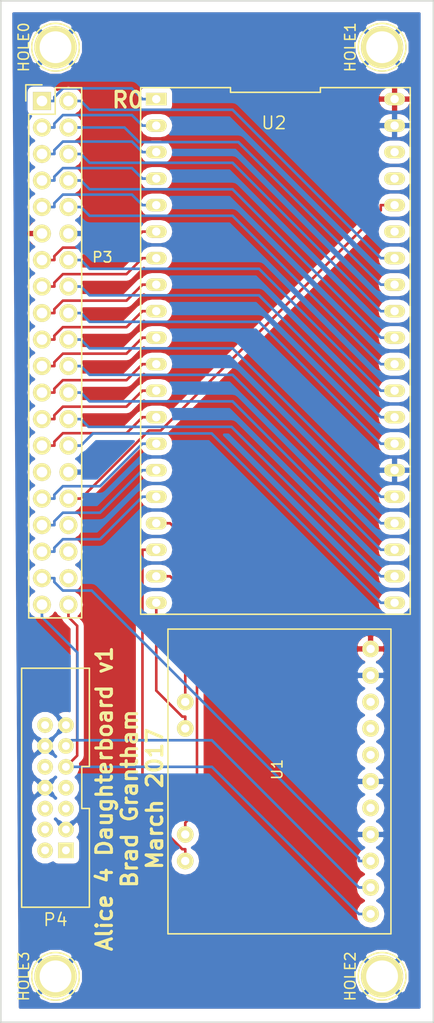
<source format=kicad_pcb>
(kicad_pcb (version 4) (host pcbnew 4.0.1-stable)

  (general
    (links 55)
    (no_connects 16)
    (area 131.674999 48.724999 173.325001 146.750001)
    (thickness 1.6)
    (drawings 6)
    (tracks 206)
    (zones 0)
    (modules 8)
    (nets 59)
  )

  (page A4)
  (layers
    (0 F.Cu signal hide)
    (31 B.Cu signal)
    (32 B.Adhes user)
    (33 F.Adhes user)
    (34 B.Paste user)
    (35 F.Paste user)
    (36 B.SilkS user)
    (37 F.SilkS user)
    (38 B.Mask user)
    (39 F.Mask user)
    (40 Dwgs.User user)
    (41 Cmts.User user)
    (42 Eco1.User user)
    (43 Eco2.User user)
    (44 Edge.Cuts user)
    (45 Margin user)
    (46 B.CrtYd user)
    (47 F.CrtYd user)
    (48 B.Fab user)
    (49 F.Fab user)
  )

  (setup
    (last_trace_width 0.25)
    (trace_clearance 0.2)
    (zone_clearance 0.508)
    (zone_45_only no)
    (trace_min 0.2)
    (segment_width 0.2)
    (edge_width 0.15)
    (via_size 0.6)
    (via_drill 0.4)
    (via_min_size 0.4)
    (via_min_drill 0.3)
    (uvia_size 0.3)
    (uvia_drill 0.1)
    (uvias_allowed no)
    (uvia_min_size 0.2)
    (uvia_min_drill 0.1)
    (pcb_text_width 0.3)
    (pcb_text_size 1.5 1.5)
    (mod_edge_width 0.15)
    (mod_text_size 1 1)
    (mod_text_width 0.15)
    (pad_size 4.064 4.064)
    (pad_drill 3.048)
    (pad_to_mask_clearance 0.2)
    (aux_axis_origin 0 0)
    (visible_elements FFFFFF7F)
    (pcbplotparams
      (layerselection 0x010f0_80000001)
      (usegerberextensions true)
      (excludeedgelayer true)
      (linewidth 0.100000)
      (plotframeref false)
      (viasonmask false)
      (mode 1)
      (useauxorigin false)
      (hpglpennumber 1)
      (hpglpenspeed 20)
      (hpglpendiameter 15)
      (hpglpenoverlay 2)
      (psnegative false)
      (psa4output false)
      (plotreference true)
      (plotvalue false)
      (plotinvisibletext false)
      (padsonsilk false)
      (subtractmaskfromsilk false)
      (outputformat 1)
      (mirror false)
      (drillshape 0)
      (scaleselection 1)
      (outputdirectory gerb/))
  )

  (net 0 "")
  (net 1 R0)
  (net 2 R1)
  (net 3 R2)
  (net 4 R3)
  (net 5 R4)
  (net 6 R5)
  (net 7 R6)
  (net 8 R7)
  (net 9 B0)
  (net 10 B1)
  (net 11 B2)
  (net 12 B3)
  (net 13 B4)
  (net 14 B5)
  (net 15 B6)
  (net 16 B7)
  (net 17 X+)
  (net 18 Y-)
  (net 19 X-)
  (net 20 Y+)
  (net 21 DATA_ENABLE)
  (net 22 VSYNC)
  (net 23 HSYNC)
  (net 24 DISPLAY_ON)
  (net 25 LCD_CLK)
  (net 26 GND)
  (net 27 G7)
  (net 28 G6)
  (net 29 G5)
  (net 30 G4)
  (net 31 G3)
  (net 32 G2)
  (net 33 G1)
  (net 34 G0)
  (net 35 +5V)
  (net 36 "Net-(P3-Pad29)")
  (net 37 "Net-(P3-Pad34)")
  (net 38 "Net-(P3-Pad36)")
  (net 39 INT)
  (net 40 "Net-(P3-Pad38)")
  (net 41 SCL)
  (net 42 SDA)
  (net 43 "Net-(U1-Pad9)")
  (net 44 "Net-(U1-Pad12)")
  (net 45 "Net-(U1-Pad13)")
  (net 46 "Net-(U1-Pad11)")
  (net 47 "Net-(P4-Pad14)")
  (net 48 "Net-(P4-Pad1)")
  (net 49 "Net-(P4-Pad2)")
  (net 50 "Net-(P4-Pad4)")
  (net 51 "Net-(P4-Pad10)")
  (net 52 "Net-(P4-Pad5)")
  (net 53 "Net-(P4-Pad6)")
  (net 54 "Net-(P4-Pad7)")
  (net 55 BACKLIGHT_PWM)
  (net 56 "Net-(U2-Pad38)")
  (net 57 "Net-(U2-Pad37)")
  (net 58 "Net-(U2-Pad35)")

  (net_class Default "This is the default net class."
    (clearance 0.2)
    (trace_width 0.25)
    (via_dia 0.6)
    (via_drill 0.4)
    (uvia_dia 0.3)
    (uvia_drill 0.1)
    (add_net +5V)
    (add_net B0)
    (add_net B1)
    (add_net B2)
    (add_net B3)
    (add_net B4)
    (add_net B5)
    (add_net B6)
    (add_net B7)
    (add_net BACKLIGHT_PWM)
    (add_net DATA_ENABLE)
    (add_net DISPLAY_ON)
    (add_net G0)
    (add_net G1)
    (add_net G2)
    (add_net G3)
    (add_net G4)
    (add_net G5)
    (add_net G6)
    (add_net G7)
    (add_net GND)
    (add_net HSYNC)
    (add_net INT)
    (add_net LCD_CLK)
    (add_net "Net-(P3-Pad29)")
    (add_net "Net-(P3-Pad34)")
    (add_net "Net-(P3-Pad36)")
    (add_net "Net-(P3-Pad38)")
    (add_net "Net-(P4-Pad1)")
    (add_net "Net-(P4-Pad10)")
    (add_net "Net-(P4-Pad14)")
    (add_net "Net-(P4-Pad2)")
    (add_net "Net-(P4-Pad4)")
    (add_net "Net-(P4-Pad5)")
    (add_net "Net-(P4-Pad6)")
    (add_net "Net-(P4-Pad7)")
    (add_net "Net-(U1-Pad11)")
    (add_net "Net-(U1-Pad12)")
    (add_net "Net-(U1-Pad13)")
    (add_net "Net-(U1-Pad9)")
    (add_net "Net-(U2-Pad35)")
    (add_net "Net-(U2-Pad37)")
    (add_net "Net-(U2-Pad38)")
    (add_net R0)
    (add_net R1)
    (add_net R2)
    (add_net R3)
    (add_net R4)
    (add_net R5)
    (add_net R6)
    (add_net R7)
    (add_net SCL)
    (add_net SDA)
    (add_net VSYNC)
    (add_net X+)
    (add_net X-)
    (add_net Y+)
    (add_net Y-)
  )

  (module Connect:1pin (layer F.Cu) (tedit 0) (tstamp 58BE244B)
    (at 168.325 142.275 90)
    (descr "module 1 pin (ou trou mecanique de percage)")
    (tags DEV)
    (fp_text reference HOLE2 (at 0 -3.048 90) (layer F.SilkS)
      (effects (font (size 1 1) (thickness 0.15)))
    )
    (fp_text value 1pin (at 0 2.794 90) (layer F.Fab)
      (effects (font (size 1 1) (thickness 0.15)))
    )
    (fp_circle (center 0 0) (end 0 -2.286) (layer F.SilkS) (width 0.15))
    (pad 1 thru_hole circle (at 0 0 90) (size 4.064 4.064) (drill 3.048) (layers *.Cu *.Mask F.SilkS)
      (net 26 GND))
  )

  (module Connect:1pin (layer F.Cu) (tedit 0) (tstamp 58BE2446)
    (at 137 142.275 90)
    (descr "module 1 pin (ou trou mecanique de percage)")
    (tags DEV)
    (fp_text reference HOLE3 (at 0 -3.048 90) (layer F.SilkS)
      (effects (font (size 1 1) (thickness 0.15)))
    )
    (fp_text value 1pin (at 0 2.794 90) (layer F.Fab)
      (effects (font (size 1 1) (thickness 0.15)))
    )
    (fp_circle (center 0 0) (end 0 -2.286) (layer F.SilkS) (width 0.15))
    (pad 1 thru_hole circle (at 0 0 90) (size 4.064 4.064) (drill 3.048) (layers *.Cu *.Mask F.SilkS)
      (net 26 GND))
  )

  (module Connect:1pin (layer F.Cu) (tedit 0) (tstamp 58BE242D)
    (at 168.325 53.25 90)
    (descr "module 1 pin (ou trou mecanique de percage)")
    (tags DEV)
    (fp_text reference HOLE1 (at 0 -3.048 90) (layer F.SilkS)
      (effects (font (size 1 1) (thickness 0.15)))
    )
    (fp_text value 1pin (at 0 2.794 90) (layer F.Fab)
      (effects (font (size 1 1) (thickness 0.15)))
    )
    (fp_circle (center 0 0) (end 0 -2.286) (layer F.SilkS) (width 0.15))
    (pad 1 thru_hole circle (at 0 0 90) (size 4.064 4.064) (drill 3.048) (layers *.Cu *.Mask F.SilkS)
      (net 26 GND))
  )

  (module DIP40:DIP-40_1_ELL (layer F.Cu) (tedit 58BC5D18) (tstamp 58BC5D12)
    (at 158.095 82.35 270)
    (path /58BC5CD8)
    (fp_text reference U2 (at -21.85 0.145 360) (layer F.SilkS)
      (effects (font (size 1.2 1.2) (thickness 0.15)))
    )
    (fp_text value LCDBREAKOUT (at 0 0 270) (layer F.Fab)
      (effects (font (size 1.2 1.2) (thickness 0.15)))
    )
    (fp_line (start -25.23 12.929999) (end 25.23 12.93) (layer F.SilkS) (width 0.15))
    (fp_line (start 25.23 12.93) (end 25.23 -12.929999) (layer F.SilkS) (width 0.15))
    (fp_line (start 25.23 -12.929999) (end -25.23 -12.93) (layer F.SilkS) (width 0.15))
    (fp_line (start -25.23 -12.93) (end -25.23 -4.31) (layer F.SilkS) (width 0.15))
    (fp_line (start -25.23 -4.31) (end -24.78 -4.31) (layer F.SilkS) (width 0.15))
    (fp_line (start -24.78 -4.31) (end -24.78 4.309999) (layer F.SilkS) (width 0.15))
    (fp_line (start -24.78 4.309999) (end -25.23 4.309999) (layer F.SilkS) (width 0.15))
    (fp_line (start -25.23 4.309999) (end -25.23 12.929999) (layer F.SilkS) (width 0.15))
    (pad 40 thru_hole oval (at -24.13 -11.43 270) (size 1.2 2) (drill 0.8) (layers *.Cu *.Mask F.SilkS)
      (net 35 +5V))
    (pad 1 thru_hole rect (at -24.13 11.43 270) (size 1.2 2) (drill 0.8) (layers *.Cu *.Mask F.SilkS)
      (net 1 R0))
    (pad 39 thru_hole oval (at -21.59 -11.43 270) (size 1.2 2) (drill 0.8) (layers *.Cu *.Mask F.SilkS)
      (net 26 GND))
    (pad 2 thru_hole oval (at -21.59 11.43 270) (size 1.2 2) (drill 0.8) (layers *.Cu *.Mask F.SilkS)
      (net 2 R1))
    (pad 38 thru_hole oval (at -19.05 -11.43 270) (size 1.2 2) (drill 0.8) (layers *.Cu *.Mask F.SilkS)
      (net 56 "Net-(U2-Pad38)"))
    (pad 3 thru_hole oval (at -19.05 11.43 270) (size 1.2 2) (drill 0.8) (layers *.Cu *.Mask F.SilkS)
      (net 3 R2))
    (pad 37 thru_hole oval (at -16.51 -11.43 270) (size 1.2 2) (drill 0.8) (layers *.Cu *.Mask F.SilkS)
      (net 57 "Net-(U2-Pad37)"))
    (pad 4 thru_hole oval (at -16.51 11.43 270) (size 1.2 2) (drill 0.8) (layers *.Cu *.Mask F.SilkS)
      (net 4 R3))
    (pad 36 thru_hole oval (at -13.97 -11.43 270) (size 1.2 2) (drill 0.8) (layers *.Cu *.Mask F.SilkS)
      (net 55 BACKLIGHT_PWM))
    (pad 5 thru_hole oval (at -13.97 11.43 270) (size 1.2 2) (drill 0.8) (layers *.Cu *.Mask F.SilkS)
      (net 5 R4))
    (pad 35 thru_hole oval (at -11.43 -11.43 270) (size 1.2 2) (drill 0.8) (layers *.Cu *.Mask F.SilkS)
      (net 58 "Net-(U2-Pad35)"))
    (pad 6 thru_hole oval (at -11.43 11.43 270) (size 1.2 2) (drill 0.8) (layers *.Cu *.Mask F.SilkS)
      (net 6 R5))
    (pad 34 thru_hole oval (at -8.89 -11.43 270) (size 1.2 2) (drill 0.8) (layers *.Cu *.Mask F.SilkS)
      (net 34 G0))
    (pad 7 thru_hole oval (at -8.89 11.43 270) (size 1.2 2) (drill 0.8) (layers *.Cu *.Mask F.SilkS)
      (net 7 R6))
    (pad 33 thru_hole oval (at -6.35 -11.43 270) (size 1.2 2) (drill 0.8) (layers *.Cu *.Mask F.SilkS)
      (net 33 G1))
    (pad 8 thru_hole oval (at -6.35 11.43 270) (size 1.2 2) (drill 0.8) (layers *.Cu *.Mask F.SilkS)
      (net 8 R7))
    (pad 32 thru_hole oval (at -3.81 -11.43 270) (size 1.2 2) (drill 0.8) (layers *.Cu *.Mask F.SilkS)
      (net 32 G2))
    (pad 9 thru_hole oval (at -3.81 11.43 270) (size 1.2 2) (drill 0.8) (layers *.Cu *.Mask F.SilkS)
      (net 9 B0))
    (pad 31 thru_hole oval (at -1.27 -11.43 270) (size 1.2 2) (drill 0.8) (layers *.Cu *.Mask F.SilkS)
      (net 31 G3))
    (pad 10 thru_hole oval (at -1.27 11.43 270) (size 1.2 2) (drill 0.8) (layers *.Cu *.Mask F.SilkS)
      (net 10 B1))
    (pad 30 thru_hole oval (at 1.27 -11.43 270) (size 1.2 2) (drill 0.8) (layers *.Cu *.Mask F.SilkS)
      (net 30 G4))
    (pad 11 thru_hole oval (at 1.27 11.43 270) (size 1.2 2) (drill 0.8) (layers *.Cu *.Mask F.SilkS)
      (net 11 B2))
    (pad 29 thru_hole oval (at 3.81 -11.43 270) (size 1.2 2) (drill 0.8) (layers *.Cu *.Mask F.SilkS)
      (net 29 G5))
    (pad 12 thru_hole oval (at 3.81 11.43 270) (size 1.2 2) (drill 0.8) (layers *.Cu *.Mask F.SilkS)
      (net 12 B3))
    (pad 28 thru_hole oval (at 6.35 -11.43 270) (size 1.2 2) (drill 0.8) (layers *.Cu *.Mask F.SilkS)
      (net 28 G6))
    (pad 13 thru_hole oval (at 6.35 11.43 270) (size 1.2 2) (drill 0.8) (layers *.Cu *.Mask F.SilkS)
      (net 13 B4))
    (pad 27 thru_hole oval (at 8.89 -11.43 270) (size 1.2 2) (drill 0.8) (layers *.Cu *.Mask F.SilkS)
      (net 27 G7))
    (pad 14 thru_hole oval (at 8.89 11.43 270) (size 1.2 2) (drill 0.8) (layers *.Cu *.Mask F.SilkS)
      (net 14 B5))
    (pad 26 thru_hole oval (at 11.43 -11.43 270) (size 1.2 2) (drill 0.8) (layers *.Cu *.Mask F.SilkS)
      (net 26 GND))
    (pad 15 thru_hole oval (at 11.43 11.43 270) (size 1.2 2) (drill 0.8) (layers *.Cu *.Mask F.SilkS)
      (net 15 B6))
    (pad 25 thru_hole oval (at 13.97 -11.43 270) (size 1.2 2) (drill 0.8) (layers *.Cu *.Mask F.SilkS)
      (net 25 LCD_CLK))
    (pad 16 thru_hole oval (at 13.97 11.43 270) (size 1.2 2) (drill 0.8) (layers *.Cu *.Mask F.SilkS)
      (net 16 B7))
    (pad 24 thru_hole oval (at 16.51 -11.43 270) (size 1.2 2) (drill 0.8) (layers *.Cu *.Mask F.SilkS)
      (net 24 DISPLAY_ON))
    (pad 17 thru_hole oval (at 16.51 11.43 270) (size 1.2 2) (drill 0.8) (layers *.Cu *.Mask F.SilkS)
      (net 19 X-))
    (pad 23 thru_hole oval (at 19.05 -11.43 270) (size 1.2 2) (drill 0.8) (layers *.Cu *.Mask F.SilkS)
      (net 23 HSYNC))
    (pad 18 thru_hole oval (at 19.05 11.43 270) (size 1.2 2) (drill 0.8) (layers *.Cu *.Mask F.SilkS)
      (net 18 Y-))
    (pad 22 thru_hole oval (at 21.59 -11.43 270) (size 1.2 2) (drill 0.8) (layers *.Cu *.Mask F.SilkS)
      (net 22 VSYNC))
    (pad 19 thru_hole oval (at 21.59 11.43 270) (size 1.2 2) (drill 0.8) (layers *.Cu *.Mask F.SilkS)
      (net 17 X+))
    (pad 21 thru_hole oval (at 24.13 -11.43 270) (size 1.2 2) (drill 0.8) (layers *.Cu *.Mask F.SilkS)
      (net 21 DATA_ENABLE))
    (pad 20 thru_hole oval (at 24.13 11.43 270) (size 1.2 2) (drill 0.8) (layers *.Cu *.Mask F.SilkS)
      (net 20 Y+))
  )

  (module STMPE610:Adafruit_STMPE610 (layer F.Cu) (tedit 58BA1A44) (tstamp 58B93337)
    (at 149.445 108.36)
    (descr "Adafruit STMPE610 breakout")
    (tags "dil dip 2.54 400")
    (path /58B90B31)
    (fp_text reference U1 (at 8.82 14.09 90) (layer F.SilkS)
      (effects (font (size 1 1) (thickness 0.15)))
    )
    (fp_text value touchscreen_controller (at 10.37 14.87 90) (layer F.Fab)
      (effects (font (size 1 1) (thickness 0.15)))
    )
    (fp_line (start -1.66 0.64) (end 19.73 0.64) (layer F.SilkS) (width 0.15))
    (fp_line (start -1.66 29.84) (end -1.66 0.64) (layer F.SilkS) (width 0.15))
    (fp_line (start 19.73 29.84) (end -1.66 29.84) (layer F.SilkS) (width 0.15))
    (fp_line (start 19.73 0.64) (end 19.73 29.84) (layer F.SilkS) (width 0.15))
    (pad 1 thru_hole oval (at 0 7.62) (size 1.6 1.6) (drill 0.8) (layers *.Cu *.Mask F.SilkS)
      (net 17 X+))
    (pad 2 thru_hole oval (at 0 10.16) (size 1.6 1.6) (drill 0.8) (layers *.Cu *.Mask F.SilkS)
      (net 20 Y+))
    (pad 3 thru_hole oval (at 0 20.32) (size 1.6 1.6) (drill 0.8) (layers *.Cu *.Mask F.SilkS)
      (net 19 X-))
    (pad 4 thru_hole oval (at 0 22.86) (size 1.6 1.6) (drill 0.8) (layers *.Cu *.Mask F.SilkS)
      (net 18 Y-))
    (pad 5 thru_hole oval (at 17.78 27.94) (size 1.6 1.6) (drill 0.8) (layers *.Cu *.Mask F.SilkS)
      (net 42 SDA))
    (pad 6 thru_hole oval (at 17.78 25.4) (size 1.6 1.6) (drill 0.8) (layers *.Cu *.Mask F.SilkS)
      (net 41 SCL))
    (pad 7 thru_hole oval (at 17.78 22.86) (size 1.6 1.6) (drill 0.8) (layers *.Cu *.Mask F.SilkS)
      (net 39 INT))
    (pad 8 thru_hole oval (at 17.78 20.32) (size 1.6 1.6) (drill 0.8) (layers *.Cu *.Mask F.SilkS)
      (net 26 GND))
    (pad 9 thru_hole oval (at 17.78 17.78) (size 1.6 1.6) (drill 0.8) (layers *.Cu *.Mask F.SilkS)
      (net 43 "Net-(U1-Pad9)"))
    (pad 10 thru_hole oval (at 17.78 15.24) (size 1.6 1.6) (drill 0.8) (layers *.Cu *.Mask F.SilkS)
      (net 26 GND))
    (pad 11 thru_hole oval (at 17.78 12.7) (size 1.6 1.6) (drill 0.8) (layers *.Cu *.Mask F.SilkS)
      (net 46 "Net-(U1-Pad11)"))
    (pad 12 thru_hole oval (at 17.78 10.16) (size 1.6 1.6) (drill 0.8) (layers *.Cu *.Mask F.SilkS)
      (net 44 "Net-(U1-Pad12)"))
    (pad 13 thru_hole oval (at 17.78 7.62) (size 1.6 1.6) (drill 0.8) (layers *.Cu *.Mask F.SilkS)
      (net 45 "Net-(U1-Pad13)"))
    (pad 14 thru_hole oval (at 17.78 5.08) (size 1.6 1.6) (drill 0.8) (layers *.Cu *.Mask F.SilkS)
      (net 26 GND))
    (pad 15 thru_hole oval (at 17.78 2.54) (size 1.6 1.6) (drill 0.8) (layers *.Cu *.Mask F.SilkS)
      (net 35 +5V))
    (model Housings_DIP.3dshapes/DIP-22_W10.16mm.wrl
      (at (xyz 0 0 0))
      (scale (xyz 1 1 1))
      (rotate (xyz 0 0 0))
    )
  )

  (module Pin_Headers:Pin_Header_Straight_2x20 (layer F.Cu) (tedit 0) (tstamp 58B93325)
    (at 135.7 58.4)
    (descr "Through hole pin header")
    (tags "pin header")
    (path /58B8FF25)
    (fp_text reference P3 (at 5.8 14.975) (layer F.SilkS)
      (effects (font (size 1 1) (thickness 0.15)))
    )
    (fp_text value CONN_02X20 (at 6 24.675 90) (layer F.Fab)
      (effects (font (size 1 1) (thickness 0.15)))
    )
    (fp_line (start -1.75 -1.75) (end -1.75 50.05) (layer F.CrtYd) (width 0.05))
    (fp_line (start 4.3 -1.75) (end 4.3 50.05) (layer F.CrtYd) (width 0.05))
    (fp_line (start -1.75 -1.75) (end 4.3 -1.75) (layer F.CrtYd) (width 0.05))
    (fp_line (start -1.75 50.05) (end 4.3 50.05) (layer F.CrtYd) (width 0.05))
    (fp_line (start 3.81 49.53) (end 3.81 -1.27) (layer F.SilkS) (width 0.15))
    (fp_line (start -1.27 1.27) (end -1.27 49.53) (layer F.SilkS) (width 0.15))
    (fp_line (start 3.81 49.53) (end -1.27 49.53) (layer F.SilkS) (width 0.15))
    (fp_line (start 3.81 -1.27) (end 1.27 -1.27) (layer F.SilkS) (width 0.15))
    (fp_line (start 0 -1.55) (end -1.55 -1.55) (layer F.SilkS) (width 0.15))
    (fp_line (start 1.27 -1.27) (end 1.27 1.27) (layer F.SilkS) (width 0.15))
    (fp_line (start 1.27 1.27) (end -1.27 1.27) (layer F.SilkS) (width 0.15))
    (fp_line (start -1.55 -1.55) (end -1.55 0) (layer F.SilkS) (width 0.15))
    (pad 1 thru_hole rect (at 0 0) (size 1.7272 1.7272) (drill 1.016) (layers *.Cu *.Mask F.SilkS)
      (net 1 R0))
    (pad 2 thru_hole oval (at 2.54 0) (size 1.7272 1.7272) (drill 1.016) (layers *.Cu *.Mask F.SilkS)
      (net 34 G0))
    (pad 3 thru_hole oval (at 0 2.54) (size 1.7272 1.7272) (drill 1.016) (layers *.Cu *.Mask F.SilkS)
      (net 2 R1))
    (pad 4 thru_hole oval (at 2.54 2.54) (size 1.7272 1.7272) (drill 1.016) (layers *.Cu *.Mask F.SilkS)
      (net 33 G1))
    (pad 5 thru_hole oval (at 0 5.08) (size 1.7272 1.7272) (drill 1.016) (layers *.Cu *.Mask F.SilkS)
      (net 3 R2))
    (pad 6 thru_hole oval (at 2.54 5.08) (size 1.7272 1.7272) (drill 1.016) (layers *.Cu *.Mask F.SilkS)
      (net 32 G2))
    (pad 7 thru_hole oval (at 0 7.62) (size 1.7272 1.7272) (drill 1.016) (layers *.Cu *.Mask F.SilkS)
      (net 4 R3))
    (pad 8 thru_hole oval (at 2.54 7.62) (size 1.7272 1.7272) (drill 1.016) (layers *.Cu *.Mask F.SilkS)
      (net 31 G3))
    (pad 9 thru_hole oval (at 0 10.16) (size 1.7272 1.7272) (drill 1.016) (layers *.Cu *.Mask F.SilkS)
      (net 5 R4))
    (pad 10 thru_hole oval (at 2.54 10.16) (size 1.7272 1.7272) (drill 1.016) (layers *.Cu *.Mask F.SilkS)
      (net 30 G4))
    (pad 11 thru_hole oval (at 0 12.7) (size 1.7272 1.7272) (drill 1.016) (layers *.Cu *.Mask F.SilkS)
      (net 35 +5V))
    (pad 12 thru_hole oval (at 2.54 12.7) (size 1.7272 1.7272) (drill 1.016) (layers *.Cu *.Mask F.SilkS)
      (net 26 GND))
    (pad 13 thru_hole oval (at 0 15.24) (size 1.7272 1.7272) (drill 1.016) (layers *.Cu *.Mask F.SilkS)
      (net 6 R5))
    (pad 14 thru_hole oval (at 2.54 15.24) (size 1.7272 1.7272) (drill 1.016) (layers *.Cu *.Mask F.SilkS)
      (net 29 G5))
    (pad 15 thru_hole oval (at 0 17.78) (size 1.7272 1.7272) (drill 1.016) (layers *.Cu *.Mask F.SilkS)
      (net 7 R6))
    (pad 16 thru_hole oval (at 2.54 17.78) (size 1.7272 1.7272) (drill 1.016) (layers *.Cu *.Mask F.SilkS)
      (net 28 G6))
    (pad 17 thru_hole oval (at 0 20.32) (size 1.7272 1.7272) (drill 1.016) (layers *.Cu *.Mask F.SilkS)
      (net 8 R7))
    (pad 18 thru_hole oval (at 2.54 20.32) (size 1.7272 1.7272) (drill 1.016) (layers *.Cu *.Mask F.SilkS)
      (net 27 G7))
    (pad 19 thru_hole oval (at 0 22.86) (size 1.7272 1.7272) (drill 1.016) (layers *.Cu *.Mask F.SilkS)
      (net 9 B0))
    (pad 20 thru_hole oval (at 2.54 22.86) (size 1.7272 1.7272) (drill 1.016) (layers *.Cu *.Mask F.SilkS)
      (net 25 LCD_CLK))
    (pad 21 thru_hole oval (at 0 25.4) (size 1.7272 1.7272) (drill 1.016) (layers *.Cu *.Mask F.SilkS)
      (net 10 B1))
    (pad 22 thru_hole oval (at 2.54 25.4) (size 1.7272 1.7272) (drill 1.016) (layers *.Cu *.Mask F.SilkS)
      (net 24 DISPLAY_ON))
    (pad 23 thru_hole oval (at 0 27.94) (size 1.7272 1.7272) (drill 1.016) (layers *.Cu *.Mask F.SilkS)
      (net 11 B2))
    (pad 24 thru_hole oval (at 2.54 27.94) (size 1.7272 1.7272) (drill 1.016) (layers *.Cu *.Mask F.SilkS)
      (net 23 HSYNC))
    (pad 25 thru_hole oval (at 0 30.48) (size 1.7272 1.7272) (drill 1.016) (layers *.Cu *.Mask F.SilkS)
      (net 12 B3))
    (pad 26 thru_hole oval (at 2.54 30.48) (size 1.7272 1.7272) (drill 1.016) (layers *.Cu *.Mask F.SilkS)
      (net 22 VSYNC))
    (pad 27 thru_hole oval (at 0 33.02) (size 1.7272 1.7272) (drill 1.016) (layers *.Cu *.Mask F.SilkS)
      (net 13 B4))
    (pad 28 thru_hole oval (at 2.54 33.02) (size 1.7272 1.7272) (drill 1.016) (layers *.Cu *.Mask F.SilkS)
      (net 21 DATA_ENABLE))
    (pad 29 thru_hole oval (at 0 35.56) (size 1.7272 1.7272) (drill 1.016) (layers *.Cu *.Mask F.SilkS)
      (net 36 "Net-(P3-Pad29)"))
    (pad 30 thru_hole oval (at 2.54 35.56) (size 1.7272 1.7272) (drill 1.016) (layers *.Cu *.Mask F.SilkS)
      (net 26 GND))
    (pad 31 thru_hole oval (at 0 38.1) (size 1.7272 1.7272) (drill 1.016) (layers *.Cu *.Mask F.SilkS)
      (net 14 B5))
    (pad 32 thru_hole oval (at 2.54 38.1) (size 1.7272 1.7272) (drill 1.016) (layers *.Cu *.Mask F.SilkS)
      (net 55 BACKLIGHT_PWM))
    (pad 33 thru_hole oval (at 0 40.64) (size 1.7272 1.7272) (drill 1.016) (layers *.Cu *.Mask F.SilkS)
      (net 15 B6))
    (pad 34 thru_hole oval (at 2.54 40.64) (size 1.7272 1.7272) (drill 1.016) (layers *.Cu *.Mask F.SilkS)
      (net 37 "Net-(P3-Pad34)"))
    (pad 35 thru_hole oval (at 0 43.18) (size 1.7272 1.7272) (drill 1.016) (layers *.Cu *.Mask F.SilkS)
      (net 16 B7))
    (pad 36 thru_hole oval (at 2.54 43.18) (size 1.7272 1.7272) (drill 1.016) (layers *.Cu *.Mask F.SilkS)
      (net 38 "Net-(P3-Pad36)"))
    (pad 37 thru_hole oval (at 0 45.72) (size 1.7272 1.7272) (drill 1.016) (layers *.Cu *.Mask F.SilkS)
      (net 39 INT))
    (pad 38 thru_hole oval (at 2.54 45.72) (size 1.7272 1.7272) (drill 1.016) (layers *.Cu *.Mask F.SilkS)
      (net 40 "Net-(P3-Pad38)"))
    (pad 39 thru_hole oval (at 0 48.26) (size 1.7272 1.7272) (drill 1.016) (layers *.Cu *.Mask F.SilkS)
      (net 41 SCL))
    (pad 40 thru_hole oval (at 2.54 48.26) (size 1.7272 1.7272) (drill 1.016) (layers *.Cu *.Mask F.SilkS)
      (net 42 SDA))
    (model Pin_Headers.3dshapes/Pin_Header_Straight_2x20.wrl
      (at (xyz 0.05 -0.95 0))
      (scale (xyz 1 1 1))
      (rotate (xyz 0 0 90))
    )
  )

  (module DIH_2x7x2mm:DIH_2x7x2mm (layer F.Cu) (tedit 58BB32D1) (tstamp 58BB2FE1)
    (at 137 124.2 90)
    (path /58BB0FDB)
    (fp_text reference P4 (at -12.65 0 180) (layer F.SilkS)
      (effects (font (size 1.2 1.2) (thickness 0.15)))
    )
    (fp_text value CONN_02X07 (at 0 0 90) (layer F.Fab)
      (effects (font (size 1.2 1.2) (thickness 0.15)))
    )
    (fp_line (start 2.03 2.52) (end 2.03 3.25) (layer F.SilkS) (width 0.15))
    (fp_line (start -1.99 2.52) (end 2.03 2.52) (layer F.SilkS) (width 0.15))
    (fp_line (start -1.99 3.250068) (end -1.99 2.52) (layer F.SilkS) (width 0.15))
    (fp_line (start -11.45 3.249999) (end -1.99 3.249999) (layer F.SilkS) (width 0.15))
    (fp_line (start 11.45 3.25) (end 11.45 -3.249999) (layer F.SilkS) (width 0.15))
    (fp_line (start 11.45 -3.249999) (end -11.45 -3.25) (layer F.SilkS) (width 0.15))
    (fp_line (start -11.45 -3.25) (end -11.45 3.25) (layer F.SilkS) (width 0.15))
    (fp_line (start 2.03 3.25) (end 11.45 3.25) (layer F.SilkS) (width 0.15))
    (pad 1 thru_hole rect (at -6 1 90) (size 1.5 1.5) (drill 0.75) (layers *.Cu *.Mask F.SilkS)
      (net 48 "Net-(P4-Pad1)"))
    (pad 3 thru_hole circle (at -4 1 90) (size 1.5 1.5) (drill 0.75) (layers *.Cu *.Mask F.SilkS)
      (net 26 GND))
    (pad 5 thru_hole circle (at -2 1 90) (size 1.5 1.5) (drill 0.75) (layers *.Cu *.Mask F.SilkS)
      (net 52 "Net-(P4-Pad5)"))
    (pad 7 thru_hole circle (at 0 1 90) (size 1.5 1.5) (drill 0.75) (layers *.Cu *.Mask F.SilkS)
      (net 54 "Net-(P4-Pad7)"))
    (pad 9 thru_hole circle (at 2 1 90) (size 1.5 1.5) (drill 0.75) (layers *.Cu *.Mask F.SilkS)
      (net 42 SDA))
    (pad 11 thru_hole circle (at 4 1 90) (size 1.5 1.5) (drill 0.75) (layers *.Cu *.Mask F.SilkS)
      (net 41 SCL))
    (pad 13 thru_hole circle (at 6 1 90) (size 1.5 1.5) (drill 0.75) (layers *.Cu *.Mask F.SilkS)
      (net 26 GND))
    (pad 14 thru_hole circle (at 6 -1 90) (size 1.5 1.5) (drill 0.75) (layers *.Cu *.Mask F.SilkS)
      (net 47 "Net-(P4-Pad14)"))
    (pad 12 thru_hole circle (at 4 -1 90) (size 1.5 1.5) (drill 0.75) (layers *.Cu *.Mask F.SilkS)
      (net 26 GND))
    (pad 10 thru_hole circle (at 2 -1 90) (size 1.5 1.5) (drill 0.75) (layers *.Cu *.Mask F.SilkS)
      (net 51 "Net-(P4-Pad10)"))
    (pad 8 thru_hole circle (at 0 -1 90) (size 1.5 1.5) (drill 0.75) (layers *.Cu *.Mask F.SilkS)
      (net 26 GND))
    (pad 6 thru_hole circle (at -2 -1 90) (size 1.5 1.5) (drill 0.75) (layers *.Cu *.Mask F.SilkS)
      (net 53 "Net-(P4-Pad6)"))
    (pad 4 thru_hole circle (at -4 -1 90) (size 1.5 1.5) (drill 0.75) (layers *.Cu *.Mask F.SilkS)
      (net 50 "Net-(P4-Pad4)"))
    (pad 2 thru_hole circle (at -6 -1 90) (size 1.5 1.5) (drill 0.75) (layers *.Cu *.Mask F.SilkS)
      (net 49 "Net-(P4-Pad2)"))
  )

  (module Connect:1pin (layer F.Cu) (tedit 58BC672B) (tstamp 58BE242B)
    (at 137 53.25 90)
    (descr "module 1 pin (ou trou mecanique de percage)")
    (tags DEV)
    (fp_text reference HOLE0 (at 0 -3.048 90) (layer F.SilkS)
      (effects (font (size 1 1) (thickness 0.15)))
    )
    (fp_text value 1pin (at 0 2.794 90) (layer F.Fab)
      (effects (font (size 1 1) (thickness 0.15)))
    )
    (fp_circle (center 0 0) (end 0 -2.286) (layer F.SilkS) (width 0.15))
    (pad 1 thru_hole circle (at 0 0 90) (size 4.064 4.064) (drill 3.048) (layers *.Cu *.Mask F.SilkS)
      (net 26 GND))
  )

  (gr_line (start 131.75 146.675) (end 131.75 48.8) (layer Edge.Cuts) (width 0.15))
  (gr_line (start 173.25 146.675) (end 131.75 146.675) (layer Edge.Cuts) (width 0.15))
  (gr_line (start 173.25 48.8) (end 173.25 146.675) (layer Edge.Cuts) (width 0.15))
  (gr_line (start 131.75 48.8) (end 173.25 48.8) (layer Edge.Cuts) (width 0.15))
  (gr_text "R0\n" (at 143.925 58.3) (layer F.SilkS)
    (effects (font (size 1.5 1.5) (thickness 0.3)))
  )
  (gr_text "Alice 4 Daughterboard v1\nBrad Grantham\nMarch 2017" (at 144.1 125.25 90) (layer F.SilkS)
    (effects (font (size 1.5 1.5) (thickness 0.3)))
  )

  (segment (start 144.3067 57.187) (end 145.3397 58.22) (width 0.25) (layer B.Cu) (net 1))
  (segment (start 137.7304 57.187) (end 144.3067 57.187) (width 0.25) (layer B.Cu) (net 1))
  (segment (start 136.8889 58.0285) (end 137.7304 57.187) (width 0.25) (layer B.Cu) (net 1))
  (segment (start 136.8889 58.4) (end 136.8889 58.0285) (width 0.25) (layer B.Cu) (net 1))
  (segment (start 135.7 58.4) (end 136.8889 58.4) (width 0.25) (layer B.Cu) (net 1))
  (segment (start 146.665 58.22) (end 145.3397 58.22) (width 0.25) (layer B.Cu) (net 1))
  (segment (start 136.8889 60.5684) (end 136.8889 60.94) (width 0.25) (layer B.Cu) (net 2))
  (segment (start 137.7062 59.7511) (end 136.8889 60.5684) (width 0.25) (layer B.Cu) (net 2))
  (segment (start 144.3308 59.7511) (end 137.7062 59.7511) (width 0.25) (layer B.Cu) (net 2))
  (segment (start 145.3397 60.76) (end 144.3308 59.7511) (width 0.25) (layer B.Cu) (net 2))
  (segment (start 146.665 60.76) (end 145.3397 60.76) (width 0.25) (layer B.Cu) (net 2))
  (segment (start 135.7 60.94) (end 136.8889 60.94) (width 0.25) (layer B.Cu) (net 2))
  (segment (start 136.8889 63.1084) (end 136.8889 63.48) (width 0.25) (layer B.Cu) (net 3))
  (segment (start 137.7062 62.2911) (end 136.8889 63.1084) (width 0.25) (layer B.Cu) (net 3))
  (segment (start 144.3308 62.2911) (end 137.7062 62.2911) (width 0.25) (layer B.Cu) (net 3))
  (segment (start 145.3397 63.3) (end 144.3308 62.2911) (width 0.25) (layer B.Cu) (net 3))
  (segment (start 146.665 63.3) (end 145.3397 63.3) (width 0.25) (layer B.Cu) (net 3))
  (segment (start 135.7 63.48) (end 136.8889 63.48) (width 0.25) (layer B.Cu) (net 3))
  (segment (start 136.8889 65.6484) (end 136.8889 66.02) (width 0.25) (layer B.Cu) (net 4))
  (segment (start 137.7062 64.8311) (end 136.8889 65.6484) (width 0.25) (layer B.Cu) (net 4))
  (segment (start 144.3308 64.8311) (end 137.7062 64.8311) (width 0.25) (layer B.Cu) (net 4))
  (segment (start 145.3397 65.84) (end 144.3308 64.8311) (width 0.25) (layer B.Cu) (net 4))
  (segment (start 146.665 65.84) (end 145.3397 65.84) (width 0.25) (layer B.Cu) (net 4))
  (segment (start 135.7 66.02) (end 136.8889 66.02) (width 0.25) (layer B.Cu) (net 4))
  (segment (start 136.8889 68.1884) (end 136.8889 68.56) (width 0.25) (layer B.Cu) (net 5))
  (segment (start 137.7062 67.3711) (end 136.8889 68.1884) (width 0.25) (layer B.Cu) (net 5))
  (segment (start 144.3308 67.3711) (end 137.7062 67.3711) (width 0.25) (layer B.Cu) (net 5))
  (segment (start 145.3397 68.38) (end 144.3308 67.3711) (width 0.25) (layer B.Cu) (net 5))
  (segment (start 146.665 68.38) (end 145.3397 68.38) (width 0.25) (layer B.Cu) (net 5))
  (segment (start 135.7 68.56) (end 136.8889 68.56) (width 0.25) (layer B.Cu) (net 5))
  (segment (start 143.8086 72.4511) (end 145.3397 70.92) (width 0.25) (layer F.Cu) (net 6))
  (segment (start 137.7062 72.4511) (end 143.8086 72.4511) (width 0.25) (layer F.Cu) (net 6))
  (segment (start 136.8889 73.2684) (end 137.7062 72.4511) (width 0.25) (layer F.Cu) (net 6))
  (segment (start 136.8889 73.64) (end 136.8889 73.2684) (width 0.25) (layer F.Cu) (net 6))
  (segment (start 135.7 73.64) (end 136.8889 73.64) (width 0.25) (layer F.Cu) (net 6))
  (segment (start 146.665 70.92) (end 145.3397 70.92) (width 0.25) (layer F.Cu) (net 6))
  (segment (start 143.8086 74.9911) (end 145.3397 73.46) (width 0.25) (layer F.Cu) (net 7))
  (segment (start 137.7062 74.9911) (end 143.8086 74.9911) (width 0.25) (layer F.Cu) (net 7))
  (segment (start 136.8889 75.8084) (end 137.7062 74.9911) (width 0.25) (layer F.Cu) (net 7))
  (segment (start 136.8889 76.18) (end 136.8889 75.8084) (width 0.25) (layer F.Cu) (net 7))
  (segment (start 135.7 76.18) (end 136.8889 76.18) (width 0.25) (layer F.Cu) (net 7))
  (segment (start 146.665 73.46) (end 145.3397 73.46) (width 0.25) (layer F.Cu) (net 7))
  (segment (start 143.8086 77.5311) (end 145.3397 76) (width 0.25) (layer F.Cu) (net 8))
  (segment (start 137.7062 77.5311) (end 143.8086 77.5311) (width 0.25) (layer F.Cu) (net 8))
  (segment (start 136.8889 78.3484) (end 137.7062 77.5311) (width 0.25) (layer F.Cu) (net 8))
  (segment (start 136.8889 78.72) (end 136.8889 78.3484) (width 0.25) (layer F.Cu) (net 8))
  (segment (start 135.7 78.72) (end 136.8889 78.72) (width 0.25) (layer F.Cu) (net 8))
  (segment (start 146.665 76) (end 145.3397 76) (width 0.25) (layer F.Cu) (net 8))
  (segment (start 143.8086 80.0711) (end 145.3397 78.54) (width 0.25) (layer F.Cu) (net 9))
  (segment (start 137.7062 80.0711) (end 143.8086 80.0711) (width 0.25) (layer F.Cu) (net 9))
  (segment (start 136.8889 80.8884) (end 137.7062 80.0711) (width 0.25) (layer F.Cu) (net 9))
  (segment (start 136.8889 81.26) (end 136.8889 80.8884) (width 0.25) (layer F.Cu) (net 9))
  (segment (start 135.7 81.26) (end 136.8889 81.26) (width 0.25) (layer F.Cu) (net 9))
  (segment (start 146.665 78.54) (end 145.3397 78.54) (width 0.25) (layer F.Cu) (net 9))
  (segment (start 143.8086 82.6111) (end 145.3397 81.08) (width 0.25) (layer F.Cu) (net 10))
  (segment (start 137.7062 82.6111) (end 143.8086 82.6111) (width 0.25) (layer F.Cu) (net 10))
  (segment (start 136.8889 83.4284) (end 137.7062 82.6111) (width 0.25) (layer F.Cu) (net 10))
  (segment (start 136.8889 83.8) (end 136.8889 83.4284) (width 0.25) (layer F.Cu) (net 10))
  (segment (start 135.7 83.8) (end 136.8889 83.8) (width 0.25) (layer F.Cu) (net 10))
  (segment (start 146.665 81.08) (end 145.3397 81.08) (width 0.25) (layer F.Cu) (net 10))
  (segment (start 143.8086 85.1511) (end 145.3397 83.62) (width 0.25) (layer F.Cu) (net 11))
  (segment (start 137.7062 85.1511) (end 143.8086 85.1511) (width 0.25) (layer F.Cu) (net 11))
  (segment (start 136.8889 85.9684) (end 137.7062 85.1511) (width 0.25) (layer F.Cu) (net 11))
  (segment (start 136.8889 86.34) (end 136.8889 85.9684) (width 0.25) (layer F.Cu) (net 11))
  (segment (start 135.7 86.34) (end 136.8889 86.34) (width 0.25) (layer F.Cu) (net 11))
  (segment (start 146.665 83.62) (end 145.3397 83.62) (width 0.25) (layer F.Cu) (net 11))
  (segment (start 143.8086 87.6911) (end 145.3397 86.16) (width 0.25) (layer F.Cu) (net 12))
  (segment (start 137.7062 87.6911) (end 143.8086 87.6911) (width 0.25) (layer F.Cu) (net 12))
  (segment (start 136.8889 88.5084) (end 137.7062 87.6911) (width 0.25) (layer F.Cu) (net 12))
  (segment (start 136.8889 88.88) (end 136.8889 88.5084) (width 0.25) (layer F.Cu) (net 12))
  (segment (start 135.7 88.88) (end 136.8889 88.88) (width 0.25) (layer F.Cu) (net 12))
  (segment (start 146.665 86.16) (end 145.3397 86.16) (width 0.25) (layer F.Cu) (net 12))
  (segment (start 143.8086 90.2311) (end 145.3397 88.7) (width 0.25) (layer F.Cu) (net 13))
  (segment (start 137.7062 90.2311) (end 143.8086 90.2311) (width 0.25) (layer F.Cu) (net 13))
  (segment (start 136.8889 91.0484) (end 137.7062 90.2311) (width 0.25) (layer F.Cu) (net 13))
  (segment (start 136.8889 91.42) (end 136.8889 91.0484) (width 0.25) (layer F.Cu) (net 13))
  (segment (start 135.7 91.42) (end 136.8889 91.42) (width 0.25) (layer F.Cu) (net 13))
  (segment (start 146.665 88.7) (end 145.3397 88.7) (width 0.25) (layer F.Cu) (net 13))
  (segment (start 141.2686 95.3111) (end 145.3397 91.24) (width 0.25) (layer B.Cu) (net 14))
  (segment (start 137.7062 95.3111) (end 141.2686 95.3111) (width 0.25) (layer B.Cu) (net 14))
  (segment (start 136.8889 96.1284) (end 137.7062 95.3111) (width 0.25) (layer B.Cu) (net 14))
  (segment (start 136.8889 96.5) (end 136.8889 96.1284) (width 0.25) (layer B.Cu) (net 14))
  (segment (start 135.7 96.5) (end 136.8889 96.5) (width 0.25) (layer B.Cu) (net 14))
  (segment (start 146.665 91.24) (end 145.3397 91.24) (width 0.25) (layer B.Cu) (net 14))
  (segment (start 141.2686 97.8511) (end 145.3397 93.78) (width 0.25) (layer B.Cu) (net 15))
  (segment (start 137.7062 97.8511) (end 141.2686 97.8511) (width 0.25) (layer B.Cu) (net 15))
  (segment (start 136.8889 98.6684) (end 137.7062 97.8511) (width 0.25) (layer B.Cu) (net 15))
  (segment (start 136.8889 99.04) (end 136.8889 98.6684) (width 0.25) (layer B.Cu) (net 15))
  (segment (start 135.7 99.04) (end 136.8889 99.04) (width 0.25) (layer B.Cu) (net 15))
  (segment (start 146.665 93.78) (end 145.3397 93.78) (width 0.25) (layer B.Cu) (net 15))
  (segment (start 141.2686 100.3911) (end 145.3397 96.32) (width 0.25) (layer B.Cu) (net 16))
  (segment (start 137.7062 100.3911) (end 141.2686 100.3911) (width 0.25) (layer B.Cu) (net 16))
  (segment (start 136.8889 101.2084) (end 137.7062 100.3911) (width 0.25) (layer B.Cu) (net 16))
  (segment (start 136.8889 101.58) (end 136.8889 101.2084) (width 0.25) (layer B.Cu) (net 16))
  (segment (start 135.7 101.58) (end 136.8889 101.58) (width 0.25) (layer B.Cu) (net 16))
  (segment (start 146.665 96.32) (end 145.3397 96.32) (width 0.25) (layer B.Cu) (net 16))
  (segment (start 149.445 105.3947) (end 147.9903 103.94) (width 0.25) (layer F.Cu) (net 17))
  (segment (start 149.445 115.98) (end 149.445 105.3947) (width 0.25) (layer F.Cu) (net 17))
  (segment (start 146.665 103.94) (end 147.9903 103.94) (width 0.25) (layer F.Cu) (net 17))
  (segment (start 145.3397 126.2707) (end 145.3397 101.4) (width 0.25) (layer F.Cu) (net 18))
  (segment (start 149.1637 130.0947) (end 145.3397 126.2707) (width 0.25) (layer F.Cu) (net 18))
  (segment (start 149.445 130.0947) (end 149.1637 130.0947) (width 0.25) (layer F.Cu) (net 18))
  (segment (start 149.445 131.22) (end 149.445 130.0947) (width 0.25) (layer F.Cu) (net 18))
  (segment (start 146.665 101.4) (end 145.3397 101.4) (width 0.25) (layer F.Cu) (net 18))
  (segment (start 150.5703 126.4294) (end 149.445 127.5547) (width 0.25) (layer F.Cu) (net 19))
  (segment (start 150.5703 101.44) (end 150.5703 126.4294) (width 0.25) (layer F.Cu) (net 19))
  (segment (start 147.9903 98.86) (end 150.5703 101.44) (width 0.25) (layer F.Cu) (net 19))
  (segment (start 146.665 98.86) (end 147.9903 98.86) (width 0.25) (layer F.Cu) (net 19))
  (segment (start 149.445 128.68) (end 149.445 127.5547) (width 0.25) (layer F.Cu) (net 19))
  (segment (start 146.665 114.896) (end 146.665 106.48) (width 0.25) (layer F.Cu) (net 20))
  (segment (start 149.1637 117.3947) (end 146.665 114.896) (width 0.25) (layer F.Cu) (net 20))
  (segment (start 149.445 117.3947) (end 149.1637 117.3947) (width 0.25) (layer F.Cu) (net 20))
  (segment (start 149.445 118.52) (end 149.445 117.3947) (width 0.25) (layer F.Cu) (net 20))
  (segment (start 151.976 90.2563) (end 168.1997 106.48) (width 0.25) (layer B.Cu) (net 21))
  (segment (start 140.5926 90.2563) (end 151.976 90.2563) (width 0.25) (layer B.Cu) (net 21))
  (segment (start 139.4289 91.42) (end 140.5926 90.2563) (width 0.25) (layer B.Cu) (net 21))
  (segment (start 138.24 91.42) (end 139.4289 91.42) (width 0.25) (layer B.Cu) (net 21))
  (segment (start 169.525 106.48) (end 168.1997 106.48) (width 0.25) (layer B.Cu) (net 21))
  (segment (start 153.885 89.6253) (end 168.1997 103.94) (width 0.25) (layer B.Cu) (net 22))
  (segment (start 140.1742 89.6253) (end 153.885 89.6253) (width 0.25) (layer B.Cu) (net 22))
  (segment (start 139.4289 88.88) (end 140.1742 89.6253) (width 0.25) (layer B.Cu) (net 22))
  (segment (start 138.24 88.88) (end 139.4289 88.88) (width 0.25) (layer B.Cu) (net 22))
  (segment (start 169.525 103.94) (end 168.1997 103.94) (width 0.25) (layer B.Cu) (net 22))
  (segment (start 153.9804 87.1807) (end 168.1997 101.4) (width 0.25) (layer B.Cu) (net 23))
  (segment (start 140.2696 87.1807) (end 153.9804 87.1807) (width 0.25) (layer B.Cu) (net 23))
  (segment (start 139.4289 86.34) (end 140.2696 87.1807) (width 0.25) (layer B.Cu) (net 23))
  (segment (start 138.24 86.34) (end 139.4289 86.34) (width 0.25) (layer B.Cu) (net 23))
  (segment (start 169.525 101.4) (end 168.1997 101.4) (width 0.25) (layer B.Cu) (net 23))
  (segment (start 153.9804 84.6407) (end 168.1997 98.86) (width 0.25) (layer B.Cu) (net 24))
  (segment (start 140.2696 84.6407) (end 153.9804 84.6407) (width 0.25) (layer B.Cu) (net 24))
  (segment (start 139.4289 83.8) (end 140.2696 84.6407) (width 0.25) (layer B.Cu) (net 24))
  (segment (start 138.24 83.8) (end 139.4289 83.8) (width 0.25) (layer B.Cu) (net 24))
  (segment (start 169.525 98.86) (end 168.1997 98.86) (width 0.25) (layer B.Cu) (net 24))
  (segment (start 153.9804 82.1007) (end 168.1997 96.32) (width 0.25) (layer B.Cu) (net 25))
  (segment (start 140.2696 82.1007) (end 153.9804 82.1007) (width 0.25) (layer B.Cu) (net 25))
  (segment (start 139.4289 81.26) (end 140.2696 82.1007) (width 0.25) (layer B.Cu) (net 25))
  (segment (start 138.24 81.26) (end 139.4289 81.26) (width 0.25) (layer B.Cu) (net 25))
  (segment (start 169.525 96.32) (end 168.1997 96.32) (width 0.25) (layer B.Cu) (net 25))
  (segment (start 156.5204 79.5607) (end 168.1997 91.24) (width 0.25) (layer B.Cu) (net 27))
  (segment (start 140.2696 79.5607) (end 156.5204 79.5607) (width 0.25) (layer B.Cu) (net 27))
  (segment (start 139.4289 78.72) (end 140.2696 79.5607) (width 0.25) (layer B.Cu) (net 27))
  (segment (start 138.24 78.72) (end 139.4289 78.72) (width 0.25) (layer B.Cu) (net 27))
  (segment (start 169.525 91.24) (end 168.1997 91.24) (width 0.25) (layer B.Cu) (net 27))
  (segment (start 156.5204 77.0207) (end 168.1997 88.7) (width 0.25) (layer B.Cu) (net 28))
  (segment (start 140.2696 77.0207) (end 156.5204 77.0207) (width 0.25) (layer B.Cu) (net 28))
  (segment (start 139.4289 76.18) (end 140.2696 77.0207) (width 0.25) (layer B.Cu) (net 28))
  (segment (start 138.24 76.18) (end 139.4289 76.18) (width 0.25) (layer B.Cu) (net 28))
  (segment (start 169.525 88.7) (end 168.1997 88.7) (width 0.25) (layer B.Cu) (net 28))
  (segment (start 156.5204 74.4807) (end 168.1997 86.16) (width 0.25) (layer B.Cu) (net 29))
  (segment (start 140.2696 74.4807) (end 156.5204 74.4807) (width 0.25) (layer B.Cu) (net 29))
  (segment (start 139.4289 73.64) (end 140.2696 74.4807) (width 0.25) (layer B.Cu) (net 29))
  (segment (start 138.24 73.64) (end 139.4289 73.64) (width 0.25) (layer B.Cu) (net 29))
  (segment (start 169.525 86.16) (end 168.1997 86.16) (width 0.25) (layer B.Cu) (net 29))
  (segment (start 153.9804 69.4007) (end 168.1997 83.62) (width 0.25) (layer B.Cu) (net 30))
  (segment (start 140.2696 69.4007) (end 153.9804 69.4007) (width 0.25) (layer B.Cu) (net 30))
  (segment (start 139.4289 68.56) (end 140.2696 69.4007) (width 0.25) (layer B.Cu) (net 30))
  (segment (start 138.24 68.56) (end 139.4289 68.56) (width 0.25) (layer B.Cu) (net 30))
  (segment (start 169.525 83.62) (end 168.1997 83.62) (width 0.25) (layer B.Cu) (net 30))
  (segment (start 153.9804 66.8607) (end 168.1997 81.08) (width 0.25) (layer B.Cu) (net 31))
  (segment (start 140.2696 66.8607) (end 153.9804 66.8607) (width 0.25) (layer B.Cu) (net 31))
  (segment (start 139.4289 66.02) (end 140.2696 66.8607) (width 0.25) (layer B.Cu) (net 31))
  (segment (start 138.24 66.02) (end 139.4289 66.02) (width 0.25) (layer B.Cu) (net 31))
  (segment (start 169.525 81.08) (end 168.1997 81.08) (width 0.25) (layer B.Cu) (net 31))
  (segment (start 153.9804 64.3207) (end 168.1997 78.54) (width 0.25) (layer B.Cu) (net 32))
  (segment (start 140.2696 64.3207) (end 153.9804 64.3207) (width 0.25) (layer B.Cu) (net 32))
  (segment (start 139.4289 63.48) (end 140.2696 64.3207) (width 0.25) (layer B.Cu) (net 32))
  (segment (start 138.24 63.48) (end 139.4289 63.48) (width 0.25) (layer B.Cu) (net 32))
  (segment (start 169.525 78.54) (end 168.1997 78.54) (width 0.25) (layer B.Cu) (net 32))
  (segment (start 154.5396 62.3399) (end 168.1997 76) (width 0.25) (layer B.Cu) (net 33))
  (segment (start 145.0165 62.3399) (end 154.5396 62.3399) (width 0.25) (layer B.Cu) (net 33))
  (segment (start 143.6166 60.94) (end 145.0165 62.3399) (width 0.25) (layer B.Cu) (net 33))
  (segment (start 138.24 60.94) (end 143.6166 60.94) (width 0.25) (layer B.Cu) (net 33))
  (segment (start 169.525 76) (end 168.1997 76) (width 0.25) (layer B.Cu) (net 33))
  (segment (start 153.9804 59.2407) (end 168.1997 73.46) (width 0.25) (layer B.Cu) (net 34))
  (segment (start 140.2696 59.2407) (end 153.9804 59.2407) (width 0.25) (layer B.Cu) (net 34))
  (segment (start 139.4289 58.4) (end 140.2696 59.2407) (width 0.25) (layer B.Cu) (net 34))
  (segment (start 138.24 58.4) (end 139.4289 58.4) (width 0.25) (layer B.Cu) (net 34))
  (segment (start 169.525 73.46) (end 168.1997 73.46) (width 0.25) (layer B.Cu) (net 34))
  (segment (start 166.0997 130.9387) (end 166.0997 131.22) (width 0.25) (layer B.Cu) (net 39))
  (segment (start 140.4699 105.3089) (end 166.0997 130.9387) (width 0.25) (layer B.Cu) (net 39))
  (segment (start 137.7062 105.3089) (end 140.4699 105.3089) (width 0.25) (layer B.Cu) (net 39))
  (segment (start 136.8889 104.4916) (end 137.7062 105.3089) (width 0.25) (layer B.Cu) (net 39))
  (segment (start 136.8889 104.12) (end 136.8889 104.4916) (width 0.25) (layer B.Cu) (net 39))
  (segment (start 135.7 104.12) (end 136.8889 104.12) (width 0.25) (layer B.Cu) (net 39))
  (segment (start 167.225 131.22) (end 166.0997 131.22) (width 0.25) (layer B.Cu) (net 39))
  (segment (start 135.7 106.66) (end 135.7 107.8489) (width 0.25) (layer B.Cu) (net 41))
  (segment (start 167.225 133.76) (end 166.0997 133.76) (width 0.25) (layer B.Cu) (net 41))
  (segment (start 139.0979 111.2468) (end 135.7 107.8489) (width 0.25) (layer B.Cu) (net 41))
  (segment (start 139.0979 119.651) (end 139.0979 111.2468) (width 0.25) (layer B.Cu) (net 41))
  (segment (start 138.549 119.651) (end 139.0979 119.651) (width 0.25) (layer B.Cu) (net 41))
  (segment (start 138 120.2) (end 138.549 119.651) (width 0.25) (layer B.Cu) (net 41))
  (segment (start 151.9907 119.651) (end 166.0997 133.76) (width 0.25) (layer B.Cu) (net 41))
  (segment (start 139.0979 119.651) (end 151.9907 119.651) (width 0.25) (layer B.Cu) (net 41))
  (segment (start 167.225 136.3) (end 166.0997 136.3) (width 0.25) (layer B.Cu) (net 42))
  (segment (start 151.9997 122.2) (end 166.0997 136.3) (width 0.25) (layer B.Cu) (net 42))
  (segment (start 138 122.2) (end 151.9997 122.2) (width 0.25) (layer B.Cu) (net 42))
  (segment (start 139.0779 108.6868) (end 138.24 107.8489) (width 0.25) (layer F.Cu) (net 42))
  (segment (start 139.0779 121.1221) (end 139.0779 108.6868) (width 0.25) (layer F.Cu) (net 42))
  (segment (start 138 122.2) (end 139.0779 121.1221) (width 0.25) (layer F.Cu) (net 42))
  (segment (start 138.24 106.66) (end 138.24 107.8489) (width 0.25) (layer F.Cu) (net 42))
  (segment (start 168.1997 68.877) (end 168.1997 68.38) (width 0.25) (layer F.Cu) (net 55))
  (segment (start 147.1067 89.97) (end 168.1997 68.877) (width 0.25) (layer F.Cu) (net 55))
  (segment (start 145.9589 89.97) (end 147.1067 89.97) (width 0.25) (layer F.Cu) (net 55))
  (segment (start 139.4289 96.5) (end 145.9589 89.97) (width 0.25) (layer F.Cu) (net 55))
  (segment (start 138.24 96.5) (end 139.4289 96.5) (width 0.25) (layer F.Cu) (net 55))
  (segment (start 169.525 68.38) (end 168.1997 68.38) (width 0.25) (layer F.Cu) (net 55))

  (zone (net 35) (net_name +5V) (layer F.Cu) (tstamp 0) (hatch edge 0.508)
    (connect_pads (clearance 0.508))
    (min_thickness 0.254)
    (fill yes (arc_segments 16) (thermal_gap 0.508) (thermal_bridge_width 0.508))
    (polygon
      (pts
        (xy 132.85 49.9) (xy 172.025 49.9) (xy 172.025 145.375) (xy 133.475 145.375)
      )
    )
    (filled_polygon
      (pts
        (xy 171.898 145.248) (xy 133.601171 145.248) (xy 133.585167 142.803172) (xy 134.332538 142.803172) (xy 134.737709 143.783761)
        (xy 135.487293 144.534655) (xy 136.467173 144.941536) (xy 137.528172 144.942462) (xy 138.508761 144.537291) (xy 139.259655 143.787707)
        (xy 139.666536 142.807827) (xy 139.66654 142.803172) (xy 165.657538 142.803172) (xy 166.062709 143.783761) (xy 166.812293 144.534655)
        (xy 167.792173 144.941536) (xy 168.853172 144.942462) (xy 169.833761 144.537291) (xy 170.584655 143.787707) (xy 170.991536 142.807827)
        (xy 170.992462 141.746828) (xy 170.587291 140.766239) (xy 169.837707 140.015345) (xy 168.857827 139.608464) (xy 167.796828 139.607538)
        (xy 166.816239 140.012709) (xy 166.065345 140.762293) (xy 165.658464 141.742173) (xy 165.657538 142.803172) (xy 139.66654 142.803172)
        (xy 139.667462 141.746828) (xy 139.262291 140.766239) (xy 138.512707 140.015345) (xy 137.532827 139.608464) (xy 136.471828 139.607538)
        (xy 135.491239 140.012709) (xy 134.740345 140.762293) (xy 134.333464 141.742173) (xy 134.332538 142.803172) (xy 133.585167 142.803172)
        (xy 133.049273 60.94) (xy 134.172041 60.94) (xy 134.286115 61.513489) (xy 134.610971 61.99967) (xy 134.925752 62.21)
        (xy 134.610971 62.42033) (xy 134.286115 62.906511) (xy 134.172041 63.48) (xy 134.286115 64.053489) (xy 134.610971 64.53967)
        (xy 134.925752 64.75) (xy 134.610971 64.96033) (xy 134.286115 65.446511) (xy 134.172041 66.02) (xy 134.286115 66.593489)
        (xy 134.610971 67.07967) (xy 134.925752 67.29) (xy 134.610971 67.50033) (xy 134.286115 67.986511) (xy 134.172041 68.56)
        (xy 134.286115 69.133489) (xy 134.610971 69.61967) (xy 134.934228 69.835664) (xy 134.81151 69.893179) (xy 134.417312 70.325053)
        (xy 134.245042 70.740974) (xy 134.366183 70.973) (xy 135.573 70.973) (xy 135.573 70.953) (xy 135.827 70.953)
        (xy 135.827 70.973) (xy 135.847 70.973) (xy 135.847 71.227) (xy 135.827 71.227) (xy 135.827 71.247)
        (xy 135.573 71.247) (xy 135.573 71.227) (xy 134.366183 71.227) (xy 134.245042 71.459026) (xy 134.417312 71.874947)
        (xy 134.81151 72.306821) (xy 134.934228 72.364336) (xy 134.610971 72.58033) (xy 134.286115 73.066511) (xy 134.172041 73.64)
        (xy 134.286115 74.213489) (xy 134.610971 74.69967) (xy 134.925752 74.91) (xy 134.610971 75.12033) (xy 134.286115 75.606511)
        (xy 134.172041 76.18) (xy 134.286115 76.753489) (xy 134.610971 77.23967) (xy 134.925752 77.45) (xy 134.610971 77.66033)
        (xy 134.286115 78.146511) (xy 134.172041 78.72) (xy 134.286115 79.293489) (xy 134.610971 79.77967) (xy 134.925752 79.99)
        (xy 134.610971 80.20033) (xy 134.286115 80.686511) (xy 134.172041 81.26) (xy 134.286115 81.833489) (xy 134.610971 82.31967)
        (xy 134.925752 82.53) (xy 134.610971 82.74033) (xy 134.286115 83.226511) (xy 134.172041 83.8) (xy 134.286115 84.373489)
        (xy 134.610971 84.85967) (xy 134.925752 85.07) (xy 134.610971 85.28033) (xy 134.286115 85.766511) (xy 134.172041 86.34)
        (xy 134.286115 86.913489) (xy 134.610971 87.39967) (xy 134.925752 87.61) (xy 134.610971 87.82033) (xy 134.286115 88.306511)
        (xy 134.172041 88.88) (xy 134.286115 89.453489) (xy 134.610971 89.93967) (xy 134.925752 90.15) (xy 134.610971 90.36033)
        (xy 134.286115 90.846511) (xy 134.172041 91.42) (xy 134.286115 91.993489) (xy 134.610971 92.47967) (xy 134.925752 92.69)
        (xy 134.610971 92.90033) (xy 134.286115 93.386511) (xy 134.172041 93.96) (xy 134.286115 94.533489) (xy 134.610971 95.01967)
        (xy 134.925752 95.23) (xy 134.610971 95.44033) (xy 134.286115 95.926511) (xy 134.172041 96.5) (xy 134.286115 97.073489)
        (xy 134.610971 97.55967) (xy 134.925752 97.77) (xy 134.610971 97.98033) (xy 134.286115 98.466511) (xy 134.172041 99.04)
        (xy 134.286115 99.613489) (xy 134.610971 100.09967) (xy 134.925752 100.31) (xy 134.610971 100.52033) (xy 134.286115 101.006511)
        (xy 134.172041 101.58) (xy 134.286115 102.153489) (xy 134.610971 102.63967) (xy 134.925752 102.85) (xy 134.610971 103.06033)
        (xy 134.286115 103.546511) (xy 134.172041 104.12) (xy 134.286115 104.693489) (xy 134.610971 105.17967) (xy 134.925752 105.39)
        (xy 134.610971 105.60033) (xy 134.286115 106.086511) (xy 134.172041 106.66) (xy 134.286115 107.233489) (xy 134.610971 107.71967)
        (xy 135.097152 108.044526) (xy 135.670641 108.1586) (xy 135.729359 108.1586) (xy 136.302848 108.044526) (xy 136.789029 107.71967)
        (xy 136.97 107.448828) (xy 137.150971 107.71967) (xy 137.500789 107.953411) (xy 137.537852 108.139739) (xy 137.702599 108.386301)
        (xy 138.3179 109.001602) (xy 138.3179 116.832348) (xy 138.276702 116.815241) (xy 137.725715 116.81476) (xy 137.216485 117.025169)
        (xy 136.999964 117.241313) (xy 136.785564 117.026539) (xy 136.276702 116.815241) (xy 135.725715 116.81476) (xy 135.216485 117.025169)
        (xy 134.826539 117.414436) (xy 134.615241 117.923298) (xy 134.61476 118.474285) (xy 134.825169 118.983515) (xy 135.041313 119.200036)
        (xy 134.826539 119.414436) (xy 134.615241 119.923298) (xy 134.61476 120.474285) (xy 134.825169 120.983515) (xy 135.041313 121.200036)
        (xy 134.826539 121.414436) (xy 134.615241 121.923298) (xy 134.61476 122.474285) (xy 134.825169 122.983515) (xy 135.041313 123.200036)
        (xy 134.826539 123.414436) (xy 134.615241 123.923298) (xy 134.61476 124.474285) (xy 134.825169 124.983515) (xy 135.041313 125.200036)
        (xy 134.826539 125.414436) (xy 134.615241 125.923298) (xy 134.61476 126.474285) (xy 134.825169 126.983515) (xy 135.041313 127.200036)
        (xy 134.826539 127.414436) (xy 134.615241 127.923298) (xy 134.61476 128.474285) (xy 134.825169 128.983515) (xy 135.041313 129.200036)
        (xy 134.826539 129.414436) (xy 134.615241 129.923298) (xy 134.61476 130.474285) (xy 134.825169 130.983515) (xy 135.214436 131.373461)
        (xy 135.723298 131.584759) (xy 136.274285 131.58524) (xy 136.77188 131.379638) (xy 136.78591 131.401441) (xy 136.99811 131.546431)
        (xy 137.25 131.59744) (xy 138.75 131.59744) (xy 138.985317 131.553162) (xy 139.201441 131.41409) (xy 139.346431 131.20189)
        (xy 139.39744 130.95) (xy 139.39744 129.45) (xy 139.353162 129.214683) (xy 139.21409 128.998559) (xy 139.178237 128.974062)
        (xy 139.384759 128.476702) (xy 139.38524 127.925715) (xy 139.174831 127.416485) (xy 138.958687 127.199964) (xy 139.173461 126.985564)
        (xy 139.384759 126.476702) (xy 139.38524 125.925715) (xy 139.174831 125.416485) (xy 138.958687 125.199964) (xy 139.173461 124.985564)
        (xy 139.384759 124.476702) (xy 139.38524 123.925715) (xy 139.174831 123.416485) (xy 138.958687 123.199964) (xy 139.173461 122.985564)
        (xy 139.384759 122.476702) (xy 139.38524 121.925715) (xy 139.37467 121.900132) (xy 139.615301 121.659501) (xy 139.780048 121.412939)
        (xy 139.8379 121.1221) (xy 139.8379 108.6868) (xy 139.780048 108.395961) (xy 139.615301 108.149399) (xy 139.243033 107.777131)
        (xy 139.329029 107.71967) (xy 139.653885 107.233489) (xy 139.767959 106.66) (xy 139.653885 106.086511) (xy 139.329029 105.60033)
        (xy 139.014248 105.39) (xy 139.329029 105.17967) (xy 139.653885 104.693489) (xy 139.767959 104.12) (xy 139.653885 103.546511)
        (xy 139.329029 103.06033) (xy 139.014248 102.85) (xy 139.329029 102.63967) (xy 139.653885 102.153489) (xy 139.767959 101.58)
        (xy 139.732155 101.4) (xy 144.5797 101.4) (xy 144.5797 126.2707) (xy 144.637552 126.561539) (xy 144.802299 126.808101)
        (xy 148.321003 130.326805) (xy 148.09112 130.670849) (xy 147.981887 131.22) (xy 148.09112 131.769151) (xy 148.402189 132.234698)
        (xy 148.867736 132.545767) (xy 149.416887 132.655) (xy 149.473113 132.655) (xy 150.022264 132.545767) (xy 150.487811 132.234698)
        (xy 150.79888 131.769151) (xy 150.908113 131.22) (xy 150.79888 130.670849) (xy 150.487811 130.205302) (xy 150.187022 130.004321)
        (xy 150.167947 129.908424) (xy 150.487811 129.694698) (xy 150.79888 129.229151) (xy 150.908113 128.68) (xy 150.79888 128.130849)
        (xy 150.487811 127.665302) (xy 150.440687 127.633815) (xy 151.107701 126.966801) (xy 151.272448 126.720239) (xy 151.3303 126.4294)
        (xy 151.3303 113.44) (xy 165.761887 113.44) (xy 165.87112 113.989151) (xy 166.182189 114.454698) (xy 166.564275 114.71)
        (xy 166.182189 114.965302) (xy 165.87112 115.430849) (xy 165.761887 115.98) (xy 165.87112 116.529151) (xy 166.182189 116.994698)
        (xy 166.564275 117.25) (xy 166.182189 117.505302) (xy 165.87112 117.970849) (xy 165.761887 118.52) (xy 165.87112 119.069151)
        (xy 166.182189 119.534698) (xy 166.564275 119.79) (xy 166.182189 120.045302) (xy 165.87112 120.510849) (xy 165.761887 121.06)
        (xy 165.87112 121.609151) (xy 166.182189 122.074698) (xy 166.564275 122.33) (xy 166.182189 122.585302) (xy 165.87112 123.050849)
        (xy 165.761887 123.6) (xy 165.87112 124.149151) (xy 166.182189 124.614698) (xy 166.564275 124.87) (xy 166.182189 125.125302)
        (xy 165.87112 125.590849) (xy 165.761887 126.14) (xy 165.87112 126.689151) (xy 166.182189 127.154698) (xy 166.564275 127.41)
        (xy 166.182189 127.665302) (xy 165.87112 128.130849) (xy 165.761887 128.68) (xy 165.87112 129.229151) (xy 166.182189 129.694698)
        (xy 166.564275 129.95) (xy 166.182189 130.205302) (xy 165.87112 130.670849) (xy 165.761887 131.22) (xy 165.87112 131.769151)
        (xy 166.182189 132.234698) (xy 166.564275 132.49) (xy 166.182189 132.745302) (xy 165.87112 133.210849) (xy 165.761887 133.76)
        (xy 165.87112 134.309151) (xy 166.182189 134.774698) (xy 166.564275 135.03) (xy 166.182189 135.285302) (xy 165.87112 135.750849)
        (xy 165.761887 136.3) (xy 165.87112 136.849151) (xy 166.182189 137.314698) (xy 166.647736 137.625767) (xy 167.196887 137.735)
        (xy 167.253113 137.735) (xy 167.802264 137.625767) (xy 168.267811 137.314698) (xy 168.57888 136.849151) (xy 168.688113 136.3)
        (xy 168.57888 135.750849) (xy 168.267811 135.285302) (xy 167.885725 135.03) (xy 168.267811 134.774698) (xy 168.57888 134.309151)
        (xy 168.688113 133.76) (xy 168.57888 133.210849) (xy 168.267811 132.745302) (xy 167.885725 132.49) (xy 168.267811 132.234698)
        (xy 168.57888 131.769151) (xy 168.688113 131.22) (xy 168.57888 130.670849) (xy 168.267811 130.205302) (xy 167.885725 129.95)
        (xy 168.267811 129.694698) (xy 168.57888 129.229151) (xy 168.688113 128.68) (xy 168.57888 128.130849) (xy 168.267811 127.665302)
        (xy 167.885725 127.41) (xy 168.267811 127.154698) (xy 168.57888 126.689151) (xy 168.688113 126.14) (xy 168.57888 125.590849)
        (xy 168.267811 125.125302) (xy 167.885725 124.87) (xy 168.267811 124.614698) (xy 168.57888 124.149151) (xy 168.688113 123.6)
        (xy 168.57888 123.050849) (xy 168.267811 122.585302) (xy 167.885725 122.33) (xy 168.267811 122.074698) (xy 168.57888 121.609151)
        (xy 168.688113 121.06) (xy 168.57888 120.510849) (xy 168.267811 120.045302) (xy 167.885725 119.79) (xy 168.267811 119.534698)
        (xy 168.57888 119.069151) (xy 168.688113 118.52) (xy 168.57888 117.970849) (xy 168.267811 117.505302) (xy 167.885725 117.25)
        (xy 168.267811 116.994698) (xy 168.57888 116.529151) (xy 168.688113 115.98) (xy 168.57888 115.430849) (xy 168.267811 114.965302)
        (xy 167.885725 114.71) (xy 168.267811 114.454698) (xy 168.57888 113.989151) (xy 168.688113 113.44) (xy 168.57888 112.890849)
        (xy 168.267811 112.425302) (xy 167.863297 112.155014) (xy 168.080134 112.052389) (xy 168.456041 111.637423) (xy 168.616904 111.249039)
        (xy 168.494915 111.027) (xy 167.352 111.027) (xy 167.352 111.047) (xy 167.098 111.047) (xy 167.098 111.027)
        (xy 165.955085 111.027) (xy 165.833096 111.249039) (xy 165.993959 111.637423) (xy 166.369866 112.052389) (xy 166.586703 112.155014)
        (xy 166.182189 112.425302) (xy 165.87112 112.890849) (xy 165.761887 113.44) (xy 151.3303 113.44) (xy 151.3303 110.550961)
        (xy 165.833096 110.550961) (xy 165.955085 110.773) (xy 167.098 110.773) (xy 167.098 109.629371) (xy 167.352 109.629371)
        (xy 167.352 110.773) (xy 168.494915 110.773) (xy 168.616904 110.550961) (xy 168.456041 110.162577) (xy 168.080134 109.747611)
        (xy 167.574041 109.508086) (xy 167.352 109.629371) (xy 167.098 109.629371) (xy 166.875959 109.508086) (xy 166.369866 109.747611)
        (xy 165.993959 110.162577) (xy 165.833096 110.550961) (xy 151.3303 110.550961) (xy 151.3303 106.48) (xy 167.857968 106.48)
        (xy 167.951977 106.952614) (xy 168.219691 107.353277) (xy 168.620354 107.620991) (xy 169.092968 107.715) (xy 169.957032 107.715)
        (xy 170.429646 107.620991) (xy 170.830309 107.353277) (xy 171.098023 106.952614) (xy 171.192032 106.48) (xy 171.098023 106.007386)
        (xy 170.830309 105.606723) (xy 170.429646 105.339009) (xy 169.957032 105.245) (xy 169.092968 105.245) (xy 168.620354 105.339009)
        (xy 168.219691 105.606723) (xy 167.951977 106.007386) (xy 167.857968 106.48) (xy 151.3303 106.48) (xy 151.3303 103.94)
        (xy 167.857968 103.94) (xy 167.951977 104.412614) (xy 168.219691 104.813277) (xy 168.620354 105.080991) (xy 169.092968 105.175)
        (xy 169.957032 105.175) (xy 170.429646 105.080991) (xy 170.830309 104.813277) (xy 171.098023 104.412614) (xy 171.192032 103.94)
        (xy 171.098023 103.467386) (xy 170.830309 103.066723) (xy 170.429646 102.799009) (xy 169.957032 102.705) (xy 169.092968 102.705)
        (xy 168.620354 102.799009) (xy 168.219691 103.066723) (xy 167.951977 103.467386) (xy 167.857968 103.94) (xy 151.3303 103.94)
        (xy 151.3303 101.44) (xy 151.322344 101.4) (xy 167.857968 101.4) (xy 167.951977 101.872614) (xy 168.219691 102.273277)
        (xy 168.620354 102.540991) (xy 169.092968 102.635) (xy 169.957032 102.635) (xy 170.429646 102.540991) (xy 170.830309 102.273277)
        (xy 171.098023 101.872614) (xy 171.192032 101.4) (xy 171.098023 100.927386) (xy 170.830309 100.526723) (xy 170.429646 100.259009)
        (xy 169.957032 100.165) (xy 169.092968 100.165) (xy 168.620354 100.259009) (xy 168.219691 100.526723) (xy 167.951977 100.927386)
        (xy 167.857968 101.4) (xy 151.322344 101.4) (xy 151.272448 101.149161) (xy 151.107701 100.902599) (xy 149.065102 98.86)
        (xy 167.857968 98.86) (xy 167.951977 99.332614) (xy 168.219691 99.733277) (xy 168.620354 100.000991) (xy 169.092968 100.095)
        (xy 169.957032 100.095) (xy 170.429646 100.000991) (xy 170.830309 99.733277) (xy 171.098023 99.332614) (xy 171.192032 98.86)
        (xy 171.098023 98.387386) (xy 170.830309 97.986723) (xy 170.429646 97.719009) (xy 169.957032 97.625) (xy 169.092968 97.625)
        (xy 168.620354 97.719009) (xy 168.219691 97.986723) (xy 167.951977 98.387386) (xy 167.857968 98.86) (xy 149.065102 98.86)
        (xy 148.527701 98.322599) (xy 148.281139 98.157852) (xy 148.054536 98.112777) (xy 147.970309 97.986723) (xy 147.569646 97.719009)
        (xy 147.097032 97.625) (xy 146.232968 97.625) (xy 145.760354 97.719009) (xy 145.359691 97.986723) (xy 145.091977 98.387386)
        (xy 144.997968 98.86) (xy 145.091977 99.332614) (xy 145.359691 99.733277) (xy 145.760354 100.000991) (xy 146.232968 100.095)
        (xy 147.097032 100.095) (xy 147.569646 100.000991) (xy 147.861487 99.805989) (xy 149.8103 101.754802) (xy 149.8103 104.685198)
        (xy 148.527701 103.402599) (xy 148.281139 103.237852) (xy 148.054536 103.192777) (xy 147.970309 103.066723) (xy 147.569646 102.799009)
        (xy 147.097032 102.705) (xy 146.232968 102.705) (xy 146.0997 102.731509) (xy 146.0997 102.608491) (xy 146.232968 102.635)
        (xy 147.097032 102.635) (xy 147.569646 102.540991) (xy 147.970309 102.273277) (xy 148.238023 101.872614) (xy 148.332032 101.4)
        (xy 148.238023 100.927386) (xy 147.970309 100.526723) (xy 147.569646 100.259009) (xy 147.097032 100.165) (xy 146.232968 100.165)
        (xy 145.760354 100.259009) (xy 145.359691 100.526723) (xy 145.275464 100.652777) (xy 145.048861 100.697852) (xy 144.802299 100.862599)
        (xy 144.637552 101.109161) (xy 144.5797 101.4) (xy 139.732155 101.4) (xy 139.653885 101.006511) (xy 139.329029 100.52033)
        (xy 139.014248 100.31) (xy 139.329029 100.09967) (xy 139.653885 99.613489) (xy 139.767959 99.04) (xy 139.653885 98.466511)
        (xy 139.329029 97.98033) (xy 139.014248 97.77) (xy 139.329029 97.55967) (xy 139.544646 97.236976) (xy 139.719739 97.202148)
        (xy 139.966301 97.037401) (xy 140.683702 96.32) (xy 144.997968 96.32) (xy 145.091977 96.792614) (xy 145.359691 97.193277)
        (xy 145.760354 97.460991) (xy 146.232968 97.555) (xy 147.097032 97.555) (xy 147.569646 97.460991) (xy 147.970309 97.193277)
        (xy 148.238023 96.792614) (xy 148.332032 96.32) (xy 167.857968 96.32) (xy 167.951977 96.792614) (xy 168.219691 97.193277)
        (xy 168.620354 97.460991) (xy 169.092968 97.555) (xy 169.957032 97.555) (xy 170.429646 97.460991) (xy 170.830309 97.193277)
        (xy 171.098023 96.792614) (xy 171.192032 96.32) (xy 171.098023 95.847386) (xy 170.830309 95.446723) (xy 170.429646 95.179009)
        (xy 169.957032 95.085) (xy 169.092968 95.085) (xy 168.620354 95.179009) (xy 168.219691 95.446723) (xy 167.951977 95.847386)
        (xy 167.857968 96.32) (xy 148.332032 96.32) (xy 148.238023 95.847386) (xy 147.970309 95.446723) (xy 147.569646 95.179009)
        (xy 147.097032 95.085) (xy 146.232968 95.085) (xy 145.760354 95.179009) (xy 145.359691 95.446723) (xy 145.091977 95.847386)
        (xy 144.997968 96.32) (xy 140.683702 96.32) (xy 143.223702 93.78) (xy 144.997968 93.78) (xy 145.091977 94.252614)
        (xy 145.359691 94.653277) (xy 145.760354 94.920991) (xy 146.232968 95.015) (xy 147.097032 95.015) (xy 147.569646 94.920991)
        (xy 147.970309 94.653277) (xy 148.238023 94.252614) (xy 148.332032 93.78) (xy 167.857968 93.78) (xy 167.951977 94.252614)
        (xy 168.219691 94.653277) (xy 168.620354 94.920991) (xy 169.092968 95.015) (xy 169.957032 95.015) (xy 170.429646 94.920991)
        (xy 170.830309 94.653277) (xy 171.098023 94.252614) (xy 171.192032 93.78) (xy 171.098023 93.307386) (xy 170.830309 92.906723)
        (xy 170.429646 92.639009) (xy 169.957032 92.545) (xy 169.092968 92.545) (xy 168.620354 92.639009) (xy 168.219691 92.906723)
        (xy 167.951977 93.307386) (xy 167.857968 93.78) (xy 148.332032 93.78) (xy 148.238023 93.307386) (xy 147.970309 92.906723)
        (xy 147.569646 92.639009) (xy 147.097032 92.545) (xy 146.232968 92.545) (xy 145.760354 92.639009) (xy 145.359691 92.906723)
        (xy 145.091977 93.307386) (xy 144.997968 93.78) (xy 143.223702 93.78) (xy 145.17173 91.831972) (xy 145.359691 92.113277)
        (xy 145.760354 92.380991) (xy 146.232968 92.475) (xy 147.097032 92.475) (xy 147.569646 92.380991) (xy 147.970309 92.113277)
        (xy 148.238023 91.712614) (xy 148.332032 91.24) (xy 167.857968 91.24) (xy 167.951977 91.712614) (xy 168.219691 92.113277)
        (xy 168.620354 92.380991) (xy 169.092968 92.475) (xy 169.957032 92.475) (xy 170.429646 92.380991) (xy 170.830309 92.113277)
        (xy 171.098023 91.712614) (xy 171.192032 91.24) (xy 171.098023 90.767386) (xy 170.830309 90.366723) (xy 170.429646 90.099009)
        (xy 169.957032 90.005) (xy 169.092968 90.005) (xy 168.620354 90.099009) (xy 168.219691 90.366723) (xy 167.951977 90.767386)
        (xy 167.857968 91.24) (xy 148.332032 91.24) (xy 148.238023 90.767386) (xy 147.970309 90.366723) (xy 147.859092 90.29241)
        (xy 149.451502 88.7) (xy 167.857968 88.7) (xy 167.951977 89.172614) (xy 168.219691 89.573277) (xy 168.620354 89.840991)
        (xy 169.092968 89.935) (xy 169.957032 89.935) (xy 170.429646 89.840991) (xy 170.830309 89.573277) (xy 171.098023 89.172614)
        (xy 171.192032 88.7) (xy 171.098023 88.227386) (xy 170.830309 87.826723) (xy 170.429646 87.559009) (xy 169.957032 87.465)
        (xy 169.092968 87.465) (xy 168.620354 87.559009) (xy 168.219691 87.826723) (xy 167.951977 88.227386) (xy 167.857968 88.7)
        (xy 149.451502 88.7) (xy 151.991502 86.16) (xy 167.857968 86.16) (xy 167.951977 86.632614) (xy 168.219691 87.033277)
        (xy 168.620354 87.300991) (xy 169.092968 87.395) (xy 169.957032 87.395) (xy 170.429646 87.300991) (xy 170.830309 87.033277)
        (xy 171.098023 86.632614) (xy 171.192032 86.16) (xy 171.098023 85.687386) (xy 170.830309 85.286723) (xy 170.429646 85.019009)
        (xy 169.957032 84.925) (xy 169.092968 84.925) (xy 168.620354 85.019009) (xy 168.219691 85.286723) (xy 167.951977 85.687386)
        (xy 167.857968 86.16) (xy 151.991502 86.16) (xy 154.531502 83.62) (xy 167.857968 83.62) (xy 167.951977 84.092614)
        (xy 168.219691 84.493277) (xy 168.620354 84.760991) (xy 169.092968 84.855) (xy 169.957032 84.855) (xy 170.429646 84.760991)
        (xy 170.830309 84.493277) (xy 171.098023 84.092614) (xy 171.192032 83.62) (xy 171.098023 83.147386) (xy 170.830309 82.746723)
        (xy 170.429646 82.479009) (xy 169.957032 82.385) (xy 169.092968 82.385) (xy 168.620354 82.479009) (xy 168.219691 82.746723)
        (xy 167.951977 83.147386) (xy 167.857968 83.62) (xy 154.531502 83.62) (xy 157.071502 81.08) (xy 167.857968 81.08)
        (xy 167.951977 81.552614) (xy 168.219691 81.953277) (xy 168.620354 82.220991) (xy 169.092968 82.315) (xy 169.957032 82.315)
        (xy 170.429646 82.220991) (xy 170.830309 81.953277) (xy 171.098023 81.552614) (xy 171.192032 81.08) (xy 171.098023 80.607386)
        (xy 170.830309 80.206723) (xy 170.429646 79.939009) (xy 169.957032 79.845) (xy 169.092968 79.845) (xy 168.620354 79.939009)
        (xy 168.219691 80.206723) (xy 167.951977 80.607386) (xy 167.857968 81.08) (xy 157.071502 81.08) (xy 159.611502 78.54)
        (xy 167.857968 78.54) (xy 167.951977 79.012614) (xy 168.219691 79.413277) (xy 168.620354 79.680991) (xy 169.092968 79.775)
        (xy 169.957032 79.775) (xy 170.429646 79.680991) (xy 170.830309 79.413277) (xy 171.098023 79.012614) (xy 171.192032 78.54)
        (xy 171.098023 78.067386) (xy 170.830309 77.666723) (xy 170.429646 77.399009) (xy 169.957032 77.305) (xy 169.092968 77.305)
        (xy 168.620354 77.399009) (xy 168.219691 77.666723) (xy 167.951977 78.067386) (xy 167.857968 78.54) (xy 159.611502 78.54)
        (xy 162.151502 76) (xy 167.857968 76) (xy 167.951977 76.472614) (xy 168.219691 76.873277) (xy 168.620354 77.140991)
        (xy 169.092968 77.235) (xy 169.957032 77.235) (xy 170.429646 77.140991) (xy 170.830309 76.873277) (xy 171.098023 76.472614)
        (xy 171.192032 76) (xy 171.098023 75.527386) (xy 170.830309 75.126723) (xy 170.429646 74.859009) (xy 169.957032 74.765)
        (xy 169.092968 74.765) (xy 168.620354 74.859009) (xy 168.219691 75.126723) (xy 167.951977 75.527386) (xy 167.857968 76)
        (xy 162.151502 76) (xy 164.691502 73.46) (xy 167.857968 73.46) (xy 167.951977 73.932614) (xy 168.219691 74.333277)
        (xy 168.620354 74.600991) (xy 169.092968 74.695) (xy 169.957032 74.695) (xy 170.429646 74.600991) (xy 170.830309 74.333277)
        (xy 171.098023 73.932614) (xy 171.192032 73.46) (xy 171.098023 72.987386) (xy 170.830309 72.586723) (xy 170.429646 72.319009)
        (xy 169.957032 72.225) (xy 169.092968 72.225) (xy 168.620354 72.319009) (xy 168.219691 72.586723) (xy 167.951977 72.987386)
        (xy 167.857968 73.46) (xy 164.691502 73.46) (xy 167.231502 70.92) (xy 167.857968 70.92) (xy 167.951977 71.392614)
        (xy 168.219691 71.793277) (xy 168.620354 72.060991) (xy 169.092968 72.155) (xy 169.957032 72.155) (xy 170.429646 72.060991)
        (xy 170.830309 71.793277) (xy 171.098023 71.392614) (xy 171.192032 70.92) (xy 171.098023 70.447386) (xy 170.830309 70.046723)
        (xy 170.429646 69.779009) (xy 169.957032 69.685) (xy 169.092968 69.685) (xy 168.620354 69.779009) (xy 168.219691 70.046723)
        (xy 167.951977 70.447386) (xy 167.857968 70.92) (xy 167.231502 70.92) (xy 168.628826 69.522676) (xy 169.092968 69.615)
        (xy 169.957032 69.615) (xy 170.429646 69.520991) (xy 170.830309 69.253277) (xy 171.098023 68.852614) (xy 171.192032 68.38)
        (xy 171.098023 67.907386) (xy 170.830309 67.506723) (xy 170.429646 67.239009) (xy 169.957032 67.145) (xy 169.092968 67.145)
        (xy 168.620354 67.239009) (xy 168.219691 67.506723) (xy 168.135464 67.632777) (xy 167.908861 67.677852) (xy 167.662299 67.842599)
        (xy 167.497552 68.089161) (xy 167.4397 68.38) (xy 167.4397 68.562198) (xy 148.052367 87.949531) (xy 147.970309 87.826723)
        (xy 147.569646 87.559009) (xy 147.097032 87.465) (xy 146.232968 87.465) (xy 145.760354 87.559009) (xy 145.359691 87.826723)
        (xy 145.275464 87.952777) (xy 145.04886 87.997852) (xy 144.802299 88.162599) (xy 143.493798 89.4711) (xy 139.642118 89.4711)
        (xy 139.653885 89.453489) (xy 139.767959 88.88) (xy 139.682646 88.4511) (xy 143.8086 88.4511) (xy 144.099439 88.393248)
        (xy 144.346001 88.228501) (xy 145.468513 87.105989) (xy 145.760354 87.300991) (xy 146.232968 87.395) (xy 147.097032 87.395)
        (xy 147.569646 87.300991) (xy 147.970309 87.033277) (xy 148.238023 86.632614) (xy 148.332032 86.16) (xy 148.238023 85.687386)
        (xy 147.970309 85.286723) (xy 147.569646 85.019009) (xy 147.097032 84.925) (xy 146.232968 84.925) (xy 145.760354 85.019009)
        (xy 145.359691 85.286723) (xy 145.275464 85.412777) (xy 145.04886 85.457852) (xy 144.802299 85.622599) (xy 143.493798 86.9311)
        (xy 139.642118 86.9311) (xy 139.653885 86.913489) (xy 139.767959 86.34) (xy 139.682646 85.9111) (xy 143.8086 85.9111)
        (xy 144.099439 85.853248) (xy 144.346001 85.688501) (xy 145.468513 84.565989) (xy 145.760354 84.760991) (xy 146.232968 84.855)
        (xy 147.097032 84.855) (xy 147.569646 84.760991) (xy 147.970309 84.493277) (xy 148.238023 84.092614) (xy 148.332032 83.62)
        (xy 148.238023 83.147386) (xy 147.970309 82.746723) (xy 147.569646 82.479009) (xy 147.097032 82.385) (xy 146.232968 82.385)
        (xy 145.760354 82.479009) (xy 145.359691 82.746723) (xy 145.275464 82.872777) (xy 145.04886 82.917852) (xy 144.802299 83.082599)
        (xy 143.493798 84.3911) (xy 139.642118 84.3911) (xy 139.653885 84.373489) (xy 139.767959 83.8) (xy 139.682646 83.3711)
        (xy 143.8086 83.3711) (xy 144.099439 83.313248) (xy 144.346001 83.148501) (xy 145.468513 82.025989) (xy 145.760354 82.220991)
        (xy 146.232968 82.315) (xy 147.097032 82.315) (xy 147.569646 82.220991) (xy 147.970309 81.953277) (xy 148.238023 81.552614)
        (xy 148.332032 81.08) (xy 148.238023 80.607386) (xy 147.970309 80.206723) (xy 147.569646 79.939009) (xy 147.097032 79.845)
        (xy 146.232968 79.845) (xy 145.760354 79.939009) (xy 145.359691 80.206723) (xy 145.275464 80.332777) (xy 145.04886 80.377852)
        (xy 144.802299 80.542599) (xy 143.493798 81.8511) (xy 139.642118 81.8511) (xy 139.653885 81.833489) (xy 139.767959 81.26)
        (xy 139.682646 80.8311) (xy 143.8086 80.8311) (xy 144.099439 80.773248) (xy 144.346001 80.608501) (xy 145.468513 79.485989)
        (xy 145.760354 79.680991) (xy 146.232968 79.775) (xy 147.097032 79.775) (xy 147.569646 79.680991) (xy 147.970309 79.413277)
        (xy 148.238023 79.012614) (xy 148.332032 78.54) (xy 148.238023 78.067386) (xy 147.970309 77.666723) (xy 147.569646 77.399009)
        (xy 147.097032 77.305) (xy 146.232968 77.305) (xy 145.760354 77.399009) (xy 145.359691 77.666723) (xy 145.275464 77.792777)
        (xy 145.04886 77.837852) (xy 144.802299 78.002599) (xy 143.493798 79.3111) (xy 139.642118 79.3111) (xy 139.653885 79.293489)
        (xy 139.767959 78.72) (xy 139.682646 78.2911) (xy 143.8086 78.2911) (xy 144.099439 78.233248) (xy 144.346001 78.068501)
        (xy 145.468513 76.945989) (xy 145.760354 77.140991) (xy 146.232968 77.235) (xy 147.097032 77.235) (xy 147.569646 77.140991)
        (xy 147.970309 76.873277) (xy 148.238023 76.472614) (xy 148.332032 76) (xy 148.238023 75.527386) (xy 147.970309 75.126723)
        (xy 147.569646 74.859009) (xy 147.097032 74.765) (xy 146.232968 74.765) (xy 145.760354 74.859009) (xy 145.359691 75.126723)
        (xy 145.275464 75.252777) (xy 145.04886 75.297852) (xy 144.802299 75.462599) (xy 143.493798 76.7711) (xy 139.642118 76.7711)
        (xy 139.653885 76.753489) (xy 139.767959 76.18) (xy 139.682646 75.7511) (xy 143.8086 75.7511) (xy 144.099439 75.693248)
        (xy 144.346001 75.528501) (xy 145.468513 74.405989) (xy 145.760354 74.600991) (xy 146.232968 74.695) (xy 147.097032 74.695)
        (xy 147.569646 74.600991) (xy 147.970309 74.333277) (xy 148.238023 73.932614) (xy 148.332032 73.46) (xy 148.238023 72.987386)
        (xy 147.970309 72.586723) (xy 147.569646 72.319009) (xy 147.097032 72.225) (xy 146.232968 72.225) (xy 145.760354 72.319009)
        (xy 145.359691 72.586723) (xy 145.275464 72.712777) (xy 145.04886 72.757852) (xy 144.802299 72.922599) (xy 143.493798 74.2311)
        (xy 139.642118 74.2311) (xy 139.653885 74.213489) (xy 139.767959 73.64) (xy 139.682646 73.2111) (xy 143.8086 73.2111)
        (xy 144.099439 73.153248) (xy 144.346001 72.988501) (xy 145.468513 71.865989) (xy 145.760354 72.060991) (xy 146.232968 72.155)
        (xy 147.097032 72.155) (xy 147.569646 72.060991) (xy 147.970309 71.793277) (xy 148.238023 71.392614) (xy 148.332032 70.92)
        (xy 148.238023 70.447386) (xy 147.970309 70.046723) (xy 147.569646 69.779009) (xy 147.097032 69.685) (xy 146.232968 69.685)
        (xy 145.760354 69.779009) (xy 145.359691 70.046723) (xy 145.275464 70.172777) (xy 145.04886 70.217852) (xy 144.802299 70.382599)
        (xy 143.493798 71.6911) (xy 139.642118 71.6911) (xy 139.653885 71.673489) (xy 139.767959 71.1) (xy 139.653885 70.526511)
        (xy 139.329029 70.04033) (xy 139.014248 69.83) (xy 139.329029 69.61967) (xy 139.653885 69.133489) (xy 139.767959 68.56)
        (xy 139.732155 68.38) (xy 144.997968 68.38) (xy 145.091977 68.852614) (xy 145.359691 69.253277) (xy 145.760354 69.520991)
        (xy 146.232968 69.615) (xy 147.097032 69.615) (xy 147.569646 69.520991) (xy 147.970309 69.253277) (xy 148.238023 68.852614)
        (xy 148.332032 68.38) (xy 148.238023 67.907386) (xy 147.970309 67.506723) (xy 147.569646 67.239009) (xy 147.097032 67.145)
        (xy 146.232968 67.145) (xy 145.760354 67.239009) (xy 145.359691 67.506723) (xy 145.091977 67.907386) (xy 144.997968 68.38)
        (xy 139.732155 68.38) (xy 139.653885 67.986511) (xy 139.329029 67.50033) (xy 139.014248 67.29) (xy 139.329029 67.07967)
        (xy 139.653885 66.593489) (xy 139.767959 66.02) (xy 139.732155 65.84) (xy 144.997968 65.84) (xy 145.091977 66.312614)
        (xy 145.359691 66.713277) (xy 145.760354 66.980991) (xy 146.232968 67.075) (xy 147.097032 67.075) (xy 147.569646 66.980991)
        (xy 147.970309 66.713277) (xy 148.238023 66.312614) (xy 148.332032 65.84) (xy 167.857968 65.84) (xy 167.951977 66.312614)
        (xy 168.219691 66.713277) (xy 168.620354 66.980991) (xy 169.092968 67.075) (xy 169.957032 67.075) (xy 170.429646 66.980991)
        (xy 170.830309 66.713277) (xy 171.098023 66.312614) (xy 171.192032 65.84) (xy 171.098023 65.367386) (xy 170.830309 64.966723)
        (xy 170.429646 64.699009) (xy 169.957032 64.605) (xy 169.092968 64.605) (xy 168.620354 64.699009) (xy 168.219691 64.966723)
        (xy 167.951977 65.367386) (xy 167.857968 65.84) (xy 148.332032 65.84) (xy 148.238023 65.367386) (xy 147.970309 64.966723)
        (xy 147.569646 64.699009) (xy 147.097032 64.605) (xy 146.232968 64.605) (xy 145.760354 64.699009) (xy 145.359691 64.966723)
        (xy 145.091977 65.367386) (xy 144.997968 65.84) (xy 139.732155 65.84) (xy 139.653885 65.446511) (xy 139.329029 64.96033)
        (xy 139.014248 64.75) (xy 139.329029 64.53967) (xy 139.653885 64.053489) (xy 139.767959 63.48) (xy 139.732155 63.3)
        (xy 144.997968 63.3) (xy 145.091977 63.772614) (xy 145.359691 64.173277) (xy 145.760354 64.440991) (xy 146.232968 64.535)
        (xy 147.097032 64.535) (xy 147.569646 64.440991) (xy 147.970309 64.173277) (xy 148.238023 63.772614) (xy 148.332032 63.3)
        (xy 167.857968 63.3) (xy 167.951977 63.772614) (xy 168.219691 64.173277) (xy 168.620354 64.440991) (xy 169.092968 64.535)
        (xy 169.957032 64.535) (xy 170.429646 64.440991) (xy 170.830309 64.173277) (xy 171.098023 63.772614) (xy 171.192032 63.3)
        (xy 171.098023 62.827386) (xy 170.830309 62.426723) (xy 170.429646 62.159009) (xy 169.957032 62.065) (xy 169.092968 62.065)
        (xy 168.620354 62.159009) (xy 168.219691 62.426723) (xy 167.951977 62.827386) (xy 167.857968 63.3) (xy 148.332032 63.3)
        (xy 148.238023 62.827386) (xy 147.970309 62.426723) (xy 147.569646 62.159009) (xy 147.097032 62.065) (xy 146.232968 62.065)
        (xy 145.760354 62.159009) (xy 145.359691 62.426723) (xy 145.091977 62.827386) (xy 144.997968 63.3) (xy 139.732155 63.3)
        (xy 139.653885 62.906511) (xy 139.329029 62.42033) (xy 139.014248 62.21) (xy 139.329029 61.99967) (xy 139.653885 61.513489)
        (xy 139.767959 60.94) (xy 139.732155 60.76) (xy 144.997968 60.76) (xy 145.091977 61.232614) (xy 145.359691 61.633277)
        (xy 145.760354 61.900991) (xy 146.232968 61.995) (xy 147.097032 61.995) (xy 147.569646 61.900991) (xy 147.970309 61.633277)
        (xy 148.238023 61.232614) (xy 148.332032 60.76) (xy 167.857968 60.76) (xy 167.951977 61.232614) (xy 168.219691 61.633277)
        (xy 168.620354 61.900991) (xy 169.092968 61.995) (xy 169.957032 61.995) (xy 170.429646 61.900991) (xy 170.830309 61.633277)
        (xy 171.098023 61.232614) (xy 171.192032 60.76) (xy 171.098023 60.287386) (xy 170.830309 59.886723) (xy 170.429646 59.619009)
        (xy 169.957032 59.525) (xy 169.092968 59.525) (xy 168.620354 59.619009) (xy 168.219691 59.886723) (xy 167.951977 60.287386)
        (xy 167.857968 60.76) (xy 148.332032 60.76) (xy 148.238023 60.287386) (xy 147.970309 59.886723) (xy 147.569646 59.619009)
        (xy 147.097032 59.525) (xy 146.232968 59.525) (xy 145.760354 59.619009) (xy 145.359691 59.886723) (xy 145.091977 60.287386)
        (xy 144.997968 60.76) (xy 139.732155 60.76) (xy 139.653885 60.366511) (xy 139.329029 59.88033) (xy 139.014248 59.67)
        (xy 139.329029 59.45967) (xy 139.653885 58.973489) (xy 139.767959 58.4) (xy 139.653885 57.826511) (xy 139.515899 57.62)
        (xy 145.01756 57.62) (xy 145.01756 58.82) (xy 145.061838 59.055317) (xy 145.20091 59.271441) (xy 145.41311 59.416431)
        (xy 145.665 59.46744) (xy 147.665 59.46744) (xy 147.900317 59.423162) (xy 148.116441 59.28409) (xy 148.261431 59.07189)
        (xy 148.31244 58.82) (xy 148.31244 58.537609) (xy 167.931538 58.537609) (xy 167.935408 58.575281) (xy 168.16192 59.003474)
        (xy 168.535053 59.31239) (xy 168.998 59.455) (xy 169.398 59.455) (xy 169.398 58.347) (xy 169.652 58.347)
        (xy 169.652 59.455) (xy 170.052 59.455) (xy 170.514947 59.31239) (xy 170.88808 59.003474) (xy 171.114592 58.575281)
        (xy 171.118462 58.537609) (xy 170.993731 58.347) (xy 169.652 58.347) (xy 169.398 58.347) (xy 168.056269 58.347)
        (xy 167.931538 58.537609) (xy 148.31244 58.537609) (xy 148.31244 57.902391) (xy 167.931538 57.902391) (xy 168.056269 58.093)
        (xy 169.398 58.093) (xy 169.398 56.985) (xy 169.652 56.985) (xy 169.652 58.093) (xy 170.993731 58.093)
        (xy 171.118462 57.902391) (xy 171.114592 57.864719) (xy 170.88808 57.436526) (xy 170.514947 57.12761) (xy 170.052 56.985)
        (xy 169.652 56.985) (xy 169.398 56.985) (xy 168.998 56.985) (xy 168.535053 57.12761) (xy 168.16192 57.436526)
        (xy 167.935408 57.864719) (xy 167.931538 57.902391) (xy 148.31244 57.902391) (xy 148.31244 57.62) (xy 148.268162 57.384683)
        (xy 148.12909 57.168559) (xy 147.91689 57.023569) (xy 147.665 56.97256) (xy 145.665 56.97256) (xy 145.429683 57.016838)
        (xy 145.213559 57.15591) (xy 145.068569 57.36811) (xy 145.01756 57.62) (xy 139.515899 57.62) (xy 139.329029 57.34033)
        (xy 138.842848 57.015474) (xy 138.269359 56.9014) (xy 138.210641 56.9014) (xy 137.637152 57.015474) (xy 137.171558 57.326574)
        (xy 137.166762 57.301083) (xy 137.02769 57.084959) (xy 136.81549 56.939969) (xy 136.5636 56.88896) (xy 134.8364 56.88896)
        (xy 134.601083 56.933238) (xy 134.384959 57.07231) (xy 134.239969 57.28451) (xy 134.18896 57.5364) (xy 134.18896 59.2636)
        (xy 134.233238 59.498917) (xy 134.37231 59.715041) (xy 134.58451 59.860031) (xy 134.628131 59.868864) (xy 134.610971 59.88033)
        (xy 134.286115 60.366511) (xy 134.172041 60.94) (xy 133.049273 60.94) (xy 133.002391 53.778172) (xy 134.332538 53.778172)
        (xy 134.737709 54.758761) (xy 135.487293 55.509655) (xy 136.467173 55.916536) (xy 137.528172 55.917462) (xy 138.508761 55.512291)
        (xy 139.259655 54.762707) (xy 139.666536 53.782827) (xy 139.66654 53.778172) (xy 165.657538 53.778172) (xy 166.062709 54.758761)
        (xy 166.812293 55.509655) (xy 167.792173 55.916536) (xy 168.853172 55.917462) (xy 169.833761 55.512291) (xy 170.584655 54.762707)
        (xy 170.991536 53.782827) (xy 170.992462 52.721828) (xy 170.587291 51.741239) (xy 169.837707 50.990345) (xy 168.857827 50.583464)
        (xy 167.796828 50.582538) (xy 166.816239 50.987709) (xy 166.065345 51.737293) (xy 165.658464 52.717173) (xy 165.657538 53.778172)
        (xy 139.66654 53.778172) (xy 139.667462 52.721828) (xy 139.262291 51.741239) (xy 138.512707 50.990345) (xy 137.532827 50.583464)
        (xy 136.471828 50.582538) (xy 135.491239 50.987709) (xy 134.740345 51.737293) (xy 134.333464 52.717173) (xy 134.332538 53.778172)
        (xy 133.002391 53.778172) (xy 132.977834 50.027) (xy 171.898 50.027)
      )
    )
  )
  (zone (net 26) (net_name GND) (layer B.Cu) (tstamp 58BE10C0) (hatch edge 0.508)
    (connect_pads (clearance 0.508))
    (min_thickness 0.254)
    (fill yes (arc_segments 16) (thermal_gap 0.508) (thermal_bridge_width 0.508))
    (polygon
      (pts
        (xy 132.85 49.9) (xy 172.025 49.9) (xy 172.025 145.375) (xy 133.475 145.375)
      )
    )
    (filled_polygon
      (pts
        (xy 171.898 145.248) (xy 133.601171 145.248) (xy 133.594135 144.173121) (xy 135.281484 144.173121) (xy 135.506154 144.547168)
        (xy 136.489388 144.94588) (xy 137.550357 144.937975) (xy 138.493846 144.547168) (xy 138.718516 144.173121) (xy 166.606484 144.173121)
        (xy 166.831154 144.547168) (xy 167.814388 144.94588) (xy 168.875357 144.937975) (xy 169.818846 144.547168) (xy 170.043516 144.173121)
        (xy 168.325 142.454605) (xy 166.606484 144.173121) (xy 138.718516 144.173121) (xy 137 142.454605) (xy 135.281484 144.173121)
        (xy 133.594135 144.173121) (xy 133.578367 141.764388) (xy 134.32912 141.764388) (xy 134.337025 142.825357) (xy 134.727832 143.768846)
        (xy 135.101879 143.993516) (xy 136.820395 142.275) (xy 137.179605 142.275) (xy 138.898121 143.993516) (xy 139.272168 143.768846)
        (xy 139.67088 142.785612) (xy 139.663272 141.764388) (xy 165.65412 141.764388) (xy 165.662025 142.825357) (xy 166.052832 143.768846)
        (xy 166.426879 143.993516) (xy 168.145395 142.275) (xy 168.504605 142.275) (xy 170.223121 143.993516) (xy 170.597168 143.768846)
        (xy 170.99588 142.785612) (xy 170.987975 141.724643) (xy 170.597168 140.781154) (xy 170.223121 140.556484) (xy 168.504605 142.275)
        (xy 168.145395 142.275) (xy 166.426879 140.556484) (xy 166.052832 140.781154) (xy 165.65412 141.764388) (xy 139.663272 141.764388)
        (xy 139.662975 141.724643) (xy 139.272168 140.781154) (xy 138.898121 140.556484) (xy 137.179605 142.275) (xy 136.820395 142.275)
        (xy 135.101879 140.556484) (xy 134.727832 140.781154) (xy 134.32912 141.764388) (xy 133.578367 141.764388) (xy 133.569285 140.376879)
        (xy 135.281484 140.376879) (xy 137 142.095395) (xy 138.718516 140.376879) (xy 166.606484 140.376879) (xy 168.325 142.095395)
        (xy 170.043516 140.376879) (xy 169.818846 140.002832) (xy 168.835612 139.60412) (xy 167.774643 139.612025) (xy 166.831154 140.002832)
        (xy 166.606484 140.376879) (xy 138.718516 140.376879) (xy 138.493846 140.002832) (xy 137.510612 139.60412) (xy 136.449643 139.612025)
        (xy 135.506154 140.002832) (xy 135.281484 140.376879) (xy 133.569285 140.376879) (xy 133.462046 123.995171) (xy 134.602799 123.995171)
        (xy 134.63077 124.545448) (xy 134.78754 124.923923) (xy 135.028483 124.991912) (xy 135.820395 124.2) (xy 135.028483 123.408088)
        (xy 134.78754 123.476077) (xy 134.602799 123.995171) (xy 133.462046 123.995171) (xy 133.435862 119.995171) (xy 134.602799 119.995171)
        (xy 134.63077 120.545448) (xy 134.78754 120.923923) (xy 135.028483 120.991912) (xy 135.820395 120.2) (xy 135.028483 119.408088)
        (xy 134.78754 119.476077) (xy 134.602799 119.995171) (xy 133.435862 119.995171) (xy 133.425906 118.474285) (xy 134.61476 118.474285)
        (xy 134.825169 118.983515) (xy 135.214436 119.373461) (xy 135.451506 119.471901) (xy 136 120.020395) (xy 136.548428 119.471967)
        (xy 136.783515 119.374831) (xy 137.173461 118.985564) (xy 137.271901 118.748494) (xy 137.820395 118.2) (xy 137.271967 117.651572)
        (xy 137.174831 117.416485) (xy 136.785564 117.026539) (xy 136.276702 116.815241) (xy 135.725715 116.81476) (xy 135.216485 117.025169)
        (xy 134.826539 117.414436) (xy 134.615241 117.923298) (xy 134.61476 118.474285) (xy 133.425906 118.474285) (xy 133.049273 60.94)
        (xy 134.172041 60.94) (xy 134.286115 61.513489) (xy 134.610971 61.99967) (xy 134.925752 62.21) (xy 134.610971 62.42033)
        (xy 134.286115 62.906511) (xy 134.172041 63.48) (xy 134.286115 64.053489) (xy 134.610971 64.53967) (xy 134.925752 64.75)
        (xy 134.610971 64.96033) (xy 134.286115 65.446511) (xy 134.172041 66.02) (xy 134.286115 66.593489) (xy 134.610971 67.07967)
        (xy 134.925752 67.29) (xy 134.610971 67.50033) (xy 134.286115 67.986511) (xy 134.172041 68.56) (xy 134.286115 69.133489)
        (xy 134.610971 69.61967) (xy 134.925752 69.83) (xy 134.610971 70.04033) (xy 134.286115 70.526511) (xy 134.172041 71.1)
        (xy 134.286115 71.673489) (xy 134.610971 72.15967) (xy 134.925752 72.37) (xy 134.610971 72.58033) (xy 134.286115 73.066511)
        (xy 134.172041 73.64) (xy 134.286115 74.213489) (xy 134.610971 74.69967) (xy 134.925752 74.91) (xy 134.610971 75.12033)
        (xy 134.286115 75.606511) (xy 134.172041 76.18) (xy 134.286115 76.753489) (xy 134.610971 77.23967) (xy 134.925752 77.45)
        (xy 134.610971 77.66033) (xy 134.286115 78.146511) (xy 134.172041 78.72) (xy 134.286115 79.293489) (xy 134.610971 79.77967)
        (xy 134.925752 79.99) (xy 134.610971 80.20033) (xy 134.286115 80.686511) (xy 134.172041 81.26) (xy 134.286115 81.833489)
        (xy 134.610971 82.31967) (xy 134.925752 82.53) (xy 134.610971 82.74033) (xy 134.286115 83.226511) (xy 134.172041 83.8)
        (xy 134.286115 84.373489) (xy 134.610971 84.85967) (xy 134.925752 85.07) (xy 134.610971 85.28033) (xy 134.286115 85.766511)
        (xy 134.172041 86.34) (xy 134.286115 86.913489) (xy 134.610971 87.39967) (xy 134.925752 87.61) (xy 134.610971 87.82033)
        (xy 134.286115 88.306511) (xy 134.172041 88.88) (xy 134.286115 89.453489) (xy 134.610971 89.93967) (xy 134.925752 90.15)
        (xy 134.610971 90.36033) (xy 134.286115 90.846511) (xy 134.172041 91.42) (xy 134.286115 91.993489) (xy 134.610971 92.47967)
        (xy 134.925752 92.69) (xy 134.610971 92.90033) (xy 134.286115 93.386511) (xy 134.172041 93.96) (xy 134.286115 94.533489)
        (xy 134.610971 95.01967) (xy 134.925752 95.23) (xy 134.610971 95.44033) (xy 134.286115 95.926511) (xy 134.172041 96.5)
        (xy 134.286115 97.073489) (xy 134.610971 97.55967) (xy 134.925752 97.77) (xy 134.610971 97.98033) (xy 134.286115 98.466511)
        (xy 134.172041 99.04) (xy 134.286115 99.613489) (xy 134.610971 100.09967) (xy 134.925752 100.31) (xy 134.610971 100.52033)
        (xy 134.286115 101.006511) (xy 134.172041 101.58) (xy 134.286115 102.153489) (xy 134.610971 102.63967) (xy 134.925752 102.85)
        (xy 134.610971 103.06033) (xy 134.286115 103.546511) (xy 134.172041 104.12) (xy 134.286115 104.693489) (xy 134.610971 105.17967)
        (xy 134.925752 105.39) (xy 134.610971 105.60033) (xy 134.286115 106.086511) (xy 134.172041 106.66) (xy 134.286115 107.233489)
        (xy 134.610971 107.71967) (xy 134.960789 107.953411) (xy 134.997852 108.139739) (xy 135.162599 108.386301) (xy 138.3379 111.561602)
        (xy 138.3379 116.850158) (xy 138.204829 116.802799) (xy 137.654552 116.83077) (xy 137.276077 116.98754) (xy 137.208088 117.228483)
        (xy 138 118.020395) (xy 138.014143 118.006253) (xy 138.193748 118.185858) (xy 138.179605 118.2) (xy 138.193748 118.214143)
        (xy 138.014143 118.393748) (xy 138 118.379605) (xy 137.451572 118.928033) (xy 137.216485 119.025169) (xy 136.826539 119.414436)
        (xy 136.728099 119.651506) (xy 136.179605 120.2) (xy 136.728033 120.748428) (xy 136.825169 120.983515) (xy 137.041313 121.200036)
        (xy 136.999964 121.241313) (xy 136.785564 121.026539) (xy 136.548494 120.928099) (xy 136 120.379605) (xy 135.451572 120.928033)
        (xy 135.216485 121.025169) (xy 134.826539 121.414436) (xy 134.615241 121.923298) (xy 134.61476 122.474285) (xy 134.825169 122.983515)
        (xy 135.214436 123.373461) (xy 135.451506 123.471901) (xy 136 124.020395) (xy 136.548428 123.471967) (xy 136.783515 123.374831)
        (xy 137.000036 123.158687) (xy 137.041313 123.200036) (xy 136.826539 123.414436) (xy 136.728099 123.651506) (xy 136.179605 124.2)
        (xy 136.728033 124.748428) (xy 136.825169 124.983515) (xy 137.041313 125.200036) (xy 136.999964 125.241313) (xy 136.785564 125.026539)
        (xy 136.548494 124.928099) (xy 136 124.379605) (xy 135.451572 124.928033) (xy 135.216485 125.025169) (xy 134.826539 125.414436)
        (xy 134.615241 125.923298) (xy 134.61476 126.474285) (xy 134.825169 126.983515) (xy 135.041313 127.200036) (xy 134.826539 127.414436)
        (xy 134.615241 127.923298) (xy 134.61476 128.474285) (xy 134.825169 128.983515) (xy 135.041313 129.200036) (xy 134.826539 129.414436)
        (xy 134.615241 129.923298) (xy 134.61476 130.474285) (xy 134.825169 130.983515) (xy 135.214436 131.373461) (xy 135.723298 131.584759)
        (xy 136.274285 131.58524) (xy 136.77188 131.379638) (xy 136.78591 131.401441) (xy 136.99811 131.546431) (xy 137.25 131.59744)
        (xy 138.75 131.59744) (xy 138.985317 131.553162) (xy 139.201441 131.41409) (xy 139.346431 131.20189) (xy 139.39744 130.95)
        (xy 139.39744 129.45) (xy 139.353162 129.214683) (xy 139.21409 128.998559) (xy 139.136307 128.945412) (xy 139.21246 128.923923)
        (xy 139.29927 128.68) (xy 147.981887 128.68) (xy 148.09112 129.229151) (xy 148.402189 129.694698) (xy 148.784275 129.95)
        (xy 148.402189 130.205302) (xy 148.09112 130.670849) (xy 147.981887 131.22) (xy 148.09112 131.769151) (xy 148.402189 132.234698)
        (xy 148.867736 132.545767) (xy 149.416887 132.655) (xy 149.473113 132.655) (xy 150.022264 132.545767) (xy 150.487811 132.234698)
        (xy 150.79888 131.769151) (xy 150.908113 131.22) (xy 150.79888 130.670849) (xy 150.487811 130.205302) (xy 150.105725 129.95)
        (xy 150.487811 129.694698) (xy 150.79888 129.229151) (xy 150.908113 128.68) (xy 150.79888 128.130849) (xy 150.487811 127.665302)
        (xy 150.022264 127.354233) (xy 149.473113 127.245) (xy 149.416887 127.245) (xy 148.867736 127.354233) (xy 148.402189 127.665302)
        (xy 148.09112 128.130849) (xy 147.981887 128.68) (xy 139.29927 128.68) (xy 139.397201 128.404829) (xy 139.36923 127.854552)
        (xy 139.21246 127.476077) (xy 138.971517 127.408088) (xy 138.179605 128.2) (xy 138.193748 128.214143) (xy 138.014143 128.393748)
        (xy 138 128.379605) (xy 137.985858 128.393748) (xy 137.806253 128.214143) (xy 137.820395 128.2) (xy 137.271967 127.651572)
        (xy 137.174831 127.416485) (xy 136.958687 127.199964) (xy 137.000036 127.158687) (xy 137.214436 127.373461) (xy 137.451506 127.471901)
        (xy 138 128.020395) (xy 138.548428 127.471967) (xy 138.783515 127.374831) (xy 139.173461 126.985564) (xy 139.384759 126.476702)
        (xy 139.38524 125.925715) (xy 139.174831 125.416485) (xy 138.958687 125.199964) (xy 139.173461 124.985564) (xy 139.384759 124.476702)
        (xy 139.38524 123.925715) (xy 139.174831 123.416485) (xy 138.958687 123.199964) (xy 139.173461 122.985564) (xy 139.184076 122.96)
        (xy 151.684898 122.96) (xy 165.562299 136.837401) (xy 165.80886 137.002148) (xy 165.998563 137.039882) (xy 166.182189 137.314698)
        (xy 166.647736 137.625767) (xy 167.196887 137.735) (xy 167.253113 137.735) (xy 167.802264 137.625767) (xy 168.267811 137.314698)
        (xy 168.57888 136.849151) (xy 168.688113 136.3) (xy 168.57888 135.750849) (xy 168.267811 135.285302) (xy 167.885725 135.03)
        (xy 168.267811 134.774698) (xy 168.57888 134.309151) (xy 168.688113 133.76) (xy 168.57888 133.210849) (xy 168.267811 132.745302)
        (xy 167.885725 132.49) (xy 168.267811 132.234698) (xy 168.57888 131.769151) (xy 168.688113 131.22) (xy 168.57888 130.670849)
        (xy 168.267811 130.205302) (xy 167.863297 129.935014) (xy 168.080134 129.832389) (xy 168.456041 129.417423) (xy 168.616904 129.029039)
        (xy 168.494915 128.807) (xy 167.352 128.807) (xy 167.352 128.827) (xy 167.098 128.827) (xy 167.098 128.807)
        (xy 165.955085 128.807) (xy 165.833096 129.029039) (xy 165.993959 129.417423) (xy 166.369866 129.832389) (xy 166.586703 129.935014)
        (xy 166.337397 130.101595) (xy 162.375802 126.14) (xy 165.761887 126.14) (xy 165.87112 126.689151) (xy 166.182189 127.154698)
        (xy 166.586703 127.424986) (xy 166.369866 127.527611) (xy 165.993959 127.942577) (xy 165.833096 128.330961) (xy 165.955085 128.553)
        (xy 167.098 128.553) (xy 167.098 128.533) (xy 167.352 128.533) (xy 167.352 128.553) (xy 168.494915 128.553)
        (xy 168.616904 128.330961) (xy 168.456041 127.942577) (xy 168.080134 127.527611) (xy 167.863297 127.424986) (xy 168.267811 127.154698)
        (xy 168.57888 126.689151) (xy 168.688113 126.14) (xy 168.57888 125.590849) (xy 168.267811 125.125302) (xy 167.863297 124.855014)
        (xy 168.080134 124.752389) (xy 168.456041 124.337423) (xy 168.616904 123.949039) (xy 168.494915 123.727) (xy 167.352 123.727)
        (xy 167.352 123.747) (xy 167.098 123.747) (xy 167.098 123.727) (xy 165.955085 123.727) (xy 165.833096 123.949039)
        (xy 165.993959 124.337423) (xy 166.369866 124.752389) (xy 166.586703 124.855014) (xy 166.182189 125.125302) (xy 165.87112 125.590849)
        (xy 165.761887 126.14) (xy 162.375802 126.14) (xy 152.215802 115.98) (xy 165.761887 115.98) (xy 165.87112 116.529151)
        (xy 166.182189 116.994698) (xy 166.564275 117.25) (xy 166.182189 117.505302) (xy 165.87112 117.970849) (xy 165.761887 118.52)
        (xy 165.87112 119.069151) (xy 166.182189 119.534698) (xy 166.564275 119.79) (xy 166.182189 120.045302) (xy 165.87112 120.510849)
        (xy 165.761887 121.06) (xy 165.87112 121.609151) (xy 166.182189 122.074698) (xy 166.586703 122.344986) (xy 166.369866 122.447611)
        (xy 165.993959 122.862577) (xy 165.833096 123.250961) (xy 165.955085 123.473) (xy 167.098 123.473) (xy 167.098 123.453)
        (xy 167.352 123.453) (xy 167.352 123.473) (xy 168.494915 123.473) (xy 168.616904 123.250961) (xy 168.456041 122.862577)
        (xy 168.080134 122.447611) (xy 167.863297 122.344986) (xy 168.267811 122.074698) (xy 168.57888 121.609151) (xy 168.688113 121.06)
        (xy 168.57888 120.510849) (xy 168.267811 120.045302) (xy 167.885725 119.79) (xy 168.267811 119.534698) (xy 168.57888 119.069151)
        (xy 168.688113 118.52) (xy 168.57888 117.970849) (xy 168.267811 117.505302) (xy 167.885725 117.25) (xy 168.267811 116.994698)
        (xy 168.57888 116.529151) (xy 168.688113 115.98) (xy 168.57888 115.430849) (xy 168.267811 114.965302) (xy 167.863297 114.695014)
        (xy 168.080134 114.592389) (xy 168.456041 114.177423) (xy 168.616904 113.789039) (xy 168.494915 113.567) (xy 167.352 113.567)
        (xy 167.352 113.587) (xy 167.098 113.587) (xy 167.098 113.567) (xy 165.955085 113.567) (xy 165.833096 113.789039)
        (xy 165.993959 114.177423) (xy 166.369866 114.592389) (xy 166.586703 114.695014) (xy 166.182189 114.965302) (xy 165.87112 115.430849)
        (xy 165.761887 115.98) (xy 152.215802 115.98) (xy 147.135802 110.9) (xy 165.761887 110.9) (xy 165.87112 111.449151)
        (xy 166.182189 111.914698) (xy 166.586703 112.184986) (xy 166.369866 112.287611) (xy 165.993959 112.702577) (xy 165.833096 113.090961)
        (xy 165.955085 113.313) (xy 167.098 113.313) (xy 167.098 113.293) (xy 167.352 113.293) (xy 167.352 113.313)
        (xy 168.494915 113.313) (xy 168.616904 113.090961) (xy 168.456041 112.702577) (xy 168.080134 112.287611) (xy 167.863297 112.184986)
        (xy 168.267811 111.914698) (xy 168.57888 111.449151) (xy 168.688113 110.9) (xy 168.57888 110.350849) (xy 168.267811 109.885302)
        (xy 167.802264 109.574233) (xy 167.253113 109.465) (xy 167.196887 109.465) (xy 166.647736 109.574233) (xy 166.182189 109.885302)
        (xy 165.87112 110.350849) (xy 165.761887 110.9) (xy 147.135802 110.9) (xy 142.715802 106.48) (xy 144.997968 106.48)
        (xy 145.091977 106.952614) (xy 145.359691 107.353277) (xy 145.760354 107.620991) (xy 146.232968 107.715) (xy 147.097032 107.715)
        (xy 147.569646 107.620991) (xy 147.970309 107.353277) (xy 148.238023 106.952614) (xy 148.332032 106.48) (xy 148.238023 106.007386)
        (xy 147.970309 105.606723) (xy 147.569646 105.339009) (xy 147.097032 105.245) (xy 146.232968 105.245) (xy 145.760354 105.339009)
        (xy 145.359691 105.606723) (xy 145.091977 106.007386) (xy 144.997968 106.48) (xy 142.715802 106.48) (xy 141.007301 104.771499)
        (xy 140.760739 104.606752) (xy 140.4699 104.5489) (xy 139.682646 104.5489) (xy 139.767959 104.12) (xy 139.732155 103.94)
        (xy 144.997968 103.94) (xy 145.091977 104.412614) (xy 145.359691 104.813277) (xy 145.760354 105.080991) (xy 146.232968 105.175)
        (xy 147.097032 105.175) (xy 147.569646 105.080991) (xy 147.970309 104.813277) (xy 148.238023 104.412614) (xy 148.332032 103.94)
        (xy 148.238023 103.467386) (xy 147.970309 103.066723) (xy 147.569646 102.799009) (xy 147.097032 102.705) (xy 146.232968 102.705)
        (xy 145.760354 102.799009) (xy 145.359691 103.066723) (xy 145.091977 103.467386) (xy 144.997968 103.94) (xy 139.732155 103.94)
        (xy 139.653885 103.546511) (xy 139.329029 103.06033) (xy 139.014248 102.85) (xy 139.329029 102.63967) (xy 139.653885 102.153489)
        (xy 139.767959 101.58) (xy 139.732155 101.4) (xy 144.997968 101.4) (xy 145.091977 101.872614) (xy 145.359691 102.273277)
        (xy 145.760354 102.540991) (xy 146.232968 102.635) (xy 147.097032 102.635) (xy 147.569646 102.540991) (xy 147.970309 102.273277)
        (xy 148.238023 101.872614) (xy 148.332032 101.4) (xy 148.238023 100.927386) (xy 147.970309 100.526723) (xy 147.569646 100.259009)
        (xy 147.097032 100.165) (xy 146.232968 100.165) (xy 145.760354 100.259009) (xy 145.359691 100.526723) (xy 145.091977 100.927386)
        (xy 144.997968 101.4) (xy 139.732155 101.4) (xy 139.682646 101.1511) (xy 141.2686 101.1511) (xy 141.559439 101.093248)
        (xy 141.806001 100.928501) (xy 143.874502 98.86) (xy 144.997968 98.86) (xy 145.091977 99.332614) (xy 145.359691 99.733277)
        (xy 145.760354 100.000991) (xy 146.232968 100.095) (xy 147.097032 100.095) (xy 147.569646 100.000991) (xy 147.970309 99.733277)
        (xy 148.238023 99.332614) (xy 148.332032 98.86) (xy 148.238023 98.387386) (xy 147.970309 97.986723) (xy 147.569646 97.719009)
        (xy 147.097032 97.625) (xy 146.232968 97.625) (xy 145.760354 97.719009) (xy 145.359691 97.986723) (xy 145.091977 98.387386)
        (xy 144.997968 98.86) (xy 143.874502 98.86) (xy 145.468513 97.265989) (xy 145.760354 97.460991) (xy 146.232968 97.555)
        (xy 147.097032 97.555) (xy 147.569646 97.460991) (xy 147.970309 97.193277) (xy 148.238023 96.792614) (xy 148.332032 96.32)
        (xy 148.238023 95.847386) (xy 147.970309 95.446723) (xy 147.569646 95.179009) (xy 147.097032 95.085) (xy 146.232968 95.085)
        (xy 145.760354 95.179009) (xy 145.359691 95.446723) (xy 145.275464 95.572777) (xy 145.048861 95.617852) (xy 144.802299 95.782599)
        (xy 140.953798 99.6311) (xy 139.642118 99.6311) (xy 139.653885 99.613489) (xy 139.767959 99.04) (xy 139.682646 98.6111)
        (xy 141.2686 98.6111) (xy 141.559439 98.553248) (xy 141.806001 98.388501) (xy 145.468513 94.725989) (xy 145.760354 94.920991)
        (xy 146.232968 95.015) (xy 147.097032 95.015) (xy 147.569646 94.920991) (xy 147.970309 94.653277) (xy 148.238023 94.252614)
        (xy 148.332032 93.78) (xy 148.238023 93.307386) (xy 147.970309 92.906723) (xy 147.569646 92.639009) (xy 147.097032 92.545)
        (xy 146.232968 92.545) (xy 145.760354 92.639009) (xy 145.359691 92.906723) (xy 145.275464 93.032777) (xy 145.048861 93.077852)
        (xy 144.802299 93.242599) (xy 140.953798 97.0911) (xy 139.642118 97.0911) (xy 139.653885 97.073489) (xy 139.767959 96.5)
        (xy 139.682646 96.0711) (xy 141.2686 96.0711) (xy 141.559439 96.013248) (xy 141.806001 95.848501) (xy 145.468513 92.185989)
        (xy 145.760354 92.380991) (xy 146.232968 92.475) (xy 147.097032 92.475) (xy 147.569646 92.380991) (xy 147.970309 92.113277)
        (xy 148.238023 91.712614) (xy 148.332032 91.24) (xy 148.287535 91.0163) (xy 151.661198 91.0163) (xy 167.662299 107.017401)
        (xy 167.908861 107.182148) (xy 168.135464 107.227223) (xy 168.219691 107.353277) (xy 168.620354 107.620991) (xy 169.092968 107.715)
        (xy 169.957032 107.715) (xy 170.429646 107.620991) (xy 170.830309 107.353277) (xy 171.098023 106.952614) (xy 171.192032 106.48)
        (xy 171.098023 106.007386) (xy 170.830309 105.606723) (xy 170.429646 105.339009) (xy 169.957032 105.245) (xy 169.092968 105.245)
        (xy 168.620354 105.339009) (xy 168.328513 105.534011) (xy 153.179802 90.3853) (xy 153.570198 90.3853) (xy 167.662299 104.477401)
        (xy 167.908861 104.642148) (xy 168.135464 104.687223) (xy 168.219691 104.813277) (xy 168.620354 105.080991) (xy 169.092968 105.175)
        (xy 169.957032 105.175) (xy 170.429646 105.080991) (xy 170.830309 104.813277) (xy 171.098023 104.412614) (xy 171.192032 103.94)
        (xy 171.098023 103.467386) (xy 170.830309 103.066723) (xy 170.429646 102.799009) (xy 169.957032 102.705) (xy 169.092968 102.705)
        (xy 168.620354 102.799009) (xy 168.328513 102.994011) (xy 154.422401 89.087899) (xy 154.175839 88.923152) (xy 153.885 88.8653)
        (xy 148.299152 88.8653) (xy 148.332032 88.7) (xy 148.238023 88.227386) (xy 148.046466 87.9407) (xy 153.665598 87.9407)
        (xy 167.662299 101.937401) (xy 167.908861 102.102148) (xy 168.135464 102.147223) (xy 168.219691 102.273277) (xy 168.620354 102.540991)
        (xy 169.092968 102.635) (xy 169.957032 102.635) (xy 170.429646 102.540991) (xy 170.830309 102.273277) (xy 171.098023 101.872614)
        (xy 171.192032 101.4) (xy 171.098023 100.927386) (xy 170.830309 100.526723) (xy 170.429646 100.259009) (xy 169.957032 100.165)
        (xy 169.092968 100.165) (xy 168.620354 100.259009) (xy 168.328513 100.454011) (xy 154.517801 86.643299) (xy 154.271239 86.478552)
        (xy 153.9804 86.4207) (xy 148.280175 86.4207) (xy 148.332032 86.16) (xy 148.238023 85.687386) (xy 148.046466 85.4007)
        (xy 153.665598 85.4007) (xy 167.662299 99.397401) (xy 167.908861 99.562148) (xy 168.135464 99.607223) (xy 168.219691 99.733277)
        (xy 168.620354 100.000991) (xy 169.092968 100.095) (xy 169.957032 100.095) (xy 170.429646 100.000991) (xy 170.830309 99.733277)
        (xy 171.098023 99.332614) (xy 171.192032 98.86) (xy 171.098023 98.387386) (xy 170.830309 97.986723) (xy 170.429646 97.719009)
        (xy 169.957032 97.625) (xy 169.092968 97.625) (xy 168.620354 97.719009) (xy 168.328513 97.914011) (xy 154.517801 84.103299)
        (xy 154.271239 83.938552) (xy 153.9804 83.8807) (xy 148.280175 83.8807) (xy 148.332032 83.62) (xy 148.238023 83.147386)
        (xy 148.046466 82.8607) (xy 153.665598 82.8607) (xy 167.662299 96.857401) (xy 167.908861 97.022148) (xy 168.135464 97.067223)
        (xy 168.219691 97.193277) (xy 168.620354 97.460991) (xy 169.092968 97.555) (xy 169.957032 97.555) (xy 170.429646 97.460991)
        (xy 170.830309 97.193277) (xy 171.098023 96.792614) (xy 171.192032 96.32) (xy 171.098023 95.847386) (xy 170.830309 95.446723)
        (xy 170.429646 95.179009) (xy 169.957032 95.085) (xy 169.092968 95.085) (xy 168.620354 95.179009) (xy 168.328513 95.374011)
        (xy 167.052111 94.097609) (xy 167.931538 94.097609) (xy 167.935408 94.135281) (xy 168.16192 94.563474) (xy 168.535053 94.87239)
        (xy 168.998 95.015) (xy 169.398 95.015) (xy 169.398 93.907) (xy 169.652 93.907) (xy 169.652 95.015)
        (xy 170.052 95.015) (xy 170.514947 94.87239) (xy 170.88808 94.563474) (xy 171.114592 94.135281) (xy 171.118462 94.097609)
        (xy 170.993731 93.907) (xy 169.652 93.907) (xy 169.398 93.907) (xy 168.056269 93.907) (xy 167.931538 94.097609)
        (xy 167.052111 94.097609) (xy 166.416893 93.462391) (xy 167.931538 93.462391) (xy 168.056269 93.653) (xy 169.398 93.653)
        (xy 169.398 92.545) (xy 169.652 92.545) (xy 169.652 93.653) (xy 170.993731 93.653) (xy 171.118462 93.462391)
        (xy 171.114592 93.424719) (xy 170.88808 92.996526) (xy 170.514947 92.68761) (xy 170.052 92.545) (xy 169.652 92.545)
        (xy 169.398 92.545) (xy 168.998 92.545) (xy 168.535053 92.68761) (xy 168.16192 92.996526) (xy 167.935408 93.424719)
        (xy 167.931538 93.462391) (xy 166.416893 93.462391) (xy 154.517801 81.563299) (xy 154.271239 81.398552) (xy 153.9804 81.3407)
        (xy 148.280175 81.3407) (xy 148.332032 81.08) (xy 148.238023 80.607386) (xy 148.046466 80.3207) (xy 156.205598 80.3207)
        (xy 167.662299 91.777401) (xy 167.90886 91.942148) (xy 167.957114 91.951746) (xy 168.135464 91.987223) (xy 168.219691 92.113277)
        (xy 168.620354 92.380991) (xy 169.092968 92.475) (xy 169.957032 92.475) (xy 170.429646 92.380991) (xy 170.830309 92.113277)
        (xy 171.098023 91.712614) (xy 171.192032 91.24) (xy 171.098023 90.767386) (xy 170.830309 90.366723) (xy 170.429646 90.099009)
        (xy 169.957032 90.005) (xy 169.092968 90.005) (xy 168.620354 90.099009) (xy 168.328513 90.294011) (xy 157.057801 79.023299)
        (xy 156.811239 78.858552) (xy 156.5204 78.8007) (xy 148.280175 78.8007) (xy 148.332032 78.54) (xy 148.238023 78.067386)
        (xy 148.046466 77.7807) (xy 156.205598 77.7807) (xy 167.662299 89.237401) (xy 167.90886 89.402148) (xy 167.957114 89.411746)
        (xy 168.135464 89.447223) (xy 168.219691 89.573277) (xy 168.620354 89.840991) (xy 169.092968 89.935) (xy 169.957032 89.935)
        (xy 170.429646 89.840991) (xy 170.830309 89.573277) (xy 171.098023 89.172614) (xy 171.192032 88.7) (xy 171.098023 88.227386)
        (xy 170.830309 87.826723) (xy 170.429646 87.559009) (xy 169.957032 87.465) (xy 169.092968 87.465) (xy 168.620354 87.559009)
        (xy 168.328513 87.754011) (xy 157.057801 76.483299) (xy 156.811239 76.318552) (xy 156.5204 76.2607) (xy 148.280175 76.2607)
        (xy 148.332032 76) (xy 148.238023 75.527386) (xy 148.046466 75.2407) (xy 156.205598 75.2407) (xy 167.662299 86.697401)
        (xy 167.90886 86.862148) (xy 167.957114 86.871746) (xy 168.135464 86.907223) (xy 168.219691 87.033277) (xy 168.620354 87.300991)
        (xy 169.092968 87.395) (xy 169.957032 87.395) (xy 170.429646 87.300991) (xy 170.830309 87.033277) (xy 171.098023 86.632614)
        (xy 171.192032 86.16) (xy 171.098023 85.687386) (xy 170.830309 85.286723) (xy 170.429646 85.019009) (xy 169.957032 84.925)
        (xy 169.092968 84.925) (xy 168.620354 85.019009) (xy 168.328513 85.214011) (xy 157.057801 73.943299) (xy 156.811239 73.778552)
        (xy 156.5204 73.7207) (xy 148.280175 73.7207) (xy 148.332032 73.46) (xy 148.238023 72.987386) (xy 147.970309 72.586723)
        (xy 147.569646 72.319009) (xy 147.097032 72.225) (xy 146.232968 72.225) (xy 145.760354 72.319009) (xy 145.359691 72.586723)
        (xy 145.091977 72.987386) (xy 144.997968 73.46) (xy 145.049825 73.7207) (xy 140.584402 73.7207) (xy 139.966301 73.102599)
        (xy 139.719739 72.937852) (xy 139.544646 72.903024) (xy 139.329029 72.58033) (xy 139.005772 72.364336) (xy 139.12849 72.306821)
        (xy 139.522688 71.874947) (xy 139.694958 71.459026) (xy 139.573817 71.227) (xy 138.367 71.227) (xy 138.367 71.247)
        (xy 138.113 71.247) (xy 138.113 71.227) (xy 138.093 71.227) (xy 138.093 70.973) (xy 138.113 70.973)
        (xy 138.113 70.953) (xy 138.367 70.953) (xy 138.367 70.973) (xy 139.573817 70.973) (xy 139.694958 70.740974)
        (xy 139.522688 70.325053) (xy 139.12849 69.893179) (xy 139.005772 69.835664) (xy 139.329029 69.61967) (xy 139.362971 69.568873)
        (xy 139.732199 69.938101) (xy 139.97876 70.102848) (xy 140.2696 70.1607) (xy 145.283534 70.1607) (xy 145.091977 70.447386)
        (xy 144.997968 70.92) (xy 145.091977 71.392614) (xy 145.359691 71.793277) (xy 145.760354 72.060991) (xy 146.232968 72.155)
        (xy 147.097032 72.155) (xy 147.569646 72.060991) (xy 147.970309 71.793277) (xy 148.238023 71.392614) (xy 148.332032 70.92)
        (xy 148.238023 70.447386) (xy 148.046466 70.1607) (xy 153.665598 70.1607) (xy 167.662299 84.157401) (xy 167.908861 84.322148)
        (xy 168.135464 84.367223) (xy 168.219691 84.493277) (xy 168.620354 84.760991) (xy 169.092968 84.855) (xy 169.957032 84.855)
        (xy 170.429646 84.760991) (xy 170.830309 84.493277) (xy 171.098023 84.092614) (xy 171.192032 83.62) (xy 171.098023 83.147386)
        (xy 170.830309 82.746723) (xy 170.429646 82.479009) (xy 169.957032 82.385) (xy 169.092968 82.385) (xy 168.620354 82.479009)
        (xy 168.328513 82.674011) (xy 154.517801 68.863299) (xy 154.271239 68.698552) (xy 153.9804 68.6407) (xy 148.280175 68.6407)
        (xy 148.332032 68.38) (xy 148.238023 67.907386) (xy 148.046466 67.6207) (xy 153.665598 67.6207) (xy 167.662299 81.617401)
        (xy 167.908861 81.782148) (xy 168.135464 81.827223) (xy 168.219691 81.953277) (xy 168.620354 82.220991) (xy 169.092968 82.315)
        (xy 169.957032 82.315) (xy 170.429646 82.220991) (xy 170.830309 81.953277) (xy 171.098023 81.552614) (xy 171.192032 81.08)
        (xy 171.098023 80.607386) (xy 170.830309 80.206723) (xy 170.429646 79.939009) (xy 169.957032 79.845) (xy 169.092968 79.845)
        (xy 168.620354 79.939009) (xy 168.328513 80.134011) (xy 154.517801 66.323299) (xy 154.271239 66.158552) (xy 153.9804 66.1007)
        (xy 148.280175 66.1007) (xy 148.332032 65.84) (xy 148.238023 65.367386) (xy 148.046466 65.0807) (xy 153.665598 65.0807)
        (xy 167.662299 79.077401) (xy 167.908861 79.242148) (xy 168.135464 79.287223) (xy 168.219691 79.413277) (xy 168.620354 79.680991)
        (xy 169.092968 79.775) (xy 169.957032 79.775) (xy 170.429646 79.680991) (xy 170.830309 79.413277) (xy 171.098023 79.012614)
        (xy 171.192032 78.54) (xy 171.098023 78.067386) (xy 170.830309 77.666723) (xy 170.429646 77.399009) (xy 169.957032 77.305)
        (xy 169.092968 77.305) (xy 168.620354 77.399009) (xy 168.328513 77.594011) (xy 154.517801 63.783299) (xy 154.271239 63.618552)
        (xy 153.9804 63.5607) (xy 148.280175 63.5607) (xy 148.332032 63.3) (xy 148.29223 63.0999) (xy 154.224798 63.0999)
        (xy 167.662299 76.537401) (xy 167.908861 76.702148) (xy 168.135464 76.747223) (xy 168.219691 76.873277) (xy 168.620354 77.140991)
        (xy 169.092968 77.235) (xy 169.957032 77.235) (xy 170.429646 77.140991) (xy 170.830309 76.873277) (xy 171.098023 76.472614)
        (xy 171.192032 76) (xy 171.098023 75.527386) (xy 170.830309 75.126723) (xy 170.429646 74.859009) (xy 169.957032 74.765)
        (xy 169.092968 74.765) (xy 168.620354 74.859009) (xy 168.328513 75.054011) (xy 155.077001 61.802499) (xy 154.830439 61.637752)
        (xy 154.5396 61.5799) (xy 148.005974 61.5799) (xy 148.238023 61.232614) (xy 148.332032 60.76) (xy 148.238023 60.287386)
        (xy 148.046466 60.0007) (xy 153.665598 60.0007) (xy 167.662299 73.997401) (xy 167.908861 74.162148) (xy 168.135464 74.207223)
        (xy 168.219691 74.333277) (xy 168.620354 74.600991) (xy 169.092968 74.695) (xy 169.957032 74.695) (xy 170.429646 74.600991)
        (xy 170.830309 74.333277) (xy 171.098023 73.932614) (xy 171.192032 73.46) (xy 171.098023 72.987386) (xy 170.830309 72.586723)
        (xy 170.429646 72.319009) (xy 169.957032 72.225) (xy 169.092968 72.225) (xy 168.620354 72.319009) (xy 168.328513 72.514011)
        (xy 166.734502 70.92) (xy 167.857968 70.92) (xy 167.951977 71.392614) (xy 168.219691 71.793277) (xy 168.620354 72.060991)
        (xy 169.092968 72.155) (xy 169.957032 72.155) (xy 170.429646 72.060991) (xy 170.830309 71.793277) (xy 171.098023 71.392614)
        (xy 171.192032 70.92) (xy 171.098023 70.447386) (xy 170.830309 70.046723) (xy 170.429646 69.779009) (xy 169.957032 69.685)
        (xy 169.092968 69.685) (xy 168.620354 69.779009) (xy 168.219691 70.046723) (xy 167.951977 70.447386) (xy 167.857968 70.92)
        (xy 166.734502 70.92) (xy 164.194502 68.38) (xy 167.857968 68.38) (xy 167.951977 68.852614) (xy 168.219691 69.253277)
        (xy 168.620354 69.520991) (xy 169.092968 69.615) (xy 169.957032 69.615) (xy 170.429646 69.520991) (xy 170.830309 69.253277)
        (xy 171.098023 68.852614) (xy 171.192032 68.38) (xy 171.098023 67.907386) (xy 170.830309 67.506723) (xy 170.429646 67.239009)
        (xy 169.957032 67.145) (xy 169.092968 67.145) (xy 168.620354 67.239009) (xy 168.219691 67.506723) (xy 167.951977 67.907386)
        (xy 167.857968 68.38) (xy 164.194502 68.38) (xy 161.654502 65.84) (xy 167.857968 65.84) (xy 167.951977 66.312614)
        (xy 168.219691 66.713277) (xy 168.620354 66.980991) (xy 169.092968 67.075) (xy 169.957032 67.075) (xy 170.429646 66.980991)
        (xy 170.830309 66.713277) (xy 171.098023 66.312614) (xy 171.192032 65.84) (xy 171.098023 65.367386) (xy 170.830309 64.966723)
        (xy 170.429646 64.699009) (xy 169.957032 64.605) (xy 169.092968 64.605) (xy 168.620354 64.699009) (xy 168.219691 64.966723)
        (xy 167.951977 65.367386) (xy 167.857968 65.84) (xy 161.654502 65.84) (xy 159.114502 63.3) (xy 167.857968 63.3)
        (xy 167.951977 63.772614) (xy 168.219691 64.173277) (xy 168.620354 64.440991) (xy 169.092968 64.535) (xy 169.957032 64.535)
        (xy 170.429646 64.440991) (xy 170.830309 64.173277) (xy 171.098023 63.772614) (xy 171.192032 63.3) (xy 171.098023 62.827386)
        (xy 170.830309 62.426723) (xy 170.429646 62.159009) (xy 169.957032 62.065) (xy 169.092968 62.065) (xy 168.620354 62.159009)
        (xy 168.219691 62.426723) (xy 167.951977 62.827386) (xy 167.857968 63.3) (xy 159.114502 63.3) (xy 156.892111 61.077609)
        (xy 167.931538 61.077609) (xy 167.935408 61.115281) (xy 168.16192 61.543474) (xy 168.535053 61.85239) (xy 168.998 61.995)
        (xy 169.398 61.995) (xy 169.398 60.887) (xy 169.652 60.887) (xy 169.652 61.995) (xy 170.052 61.995)
        (xy 170.514947 61.85239) (xy 170.88808 61.543474) (xy 171.114592 61.115281) (xy 171.118462 61.077609) (xy 170.993731 60.887)
        (xy 169.652 60.887) (xy 169.398 60.887) (xy 168.056269 60.887) (xy 167.931538 61.077609) (xy 156.892111 61.077609)
        (xy 156.256893 60.442391) (xy 167.931538 60.442391) (xy 168.056269 60.633) (xy 169.398 60.633) (xy 169.398 59.525)
        (xy 169.652 59.525) (xy 169.652 60.633) (xy 170.993731 60.633) (xy 171.118462 60.442391) (xy 171.114592 60.404719)
        (xy 170.88808 59.976526) (xy 170.514947 59.66761) (xy 170.052 59.525) (xy 169.652 59.525) (xy 169.398 59.525)
        (xy 168.998 59.525) (xy 168.535053 59.66761) (xy 168.16192 59.976526) (xy 167.935408 60.404719) (xy 167.931538 60.442391)
        (xy 156.256893 60.442391) (xy 154.517801 58.703299) (xy 154.271239 58.538552) (xy 153.9804 58.4807) (xy 148.31244 58.4807)
        (xy 148.31244 58.22) (xy 167.857968 58.22) (xy 167.951977 58.692614) (xy 168.219691 59.093277) (xy 168.620354 59.360991)
        (xy 169.092968 59.455) (xy 169.957032 59.455) (xy 170.429646 59.360991) (xy 170.830309 59.093277) (xy 171.098023 58.692614)
        (xy 171.192032 58.22) (xy 171.098023 57.747386) (xy 170.830309 57.346723) (xy 170.429646 57.079009) (xy 169.957032 56.985)
        (xy 169.092968 56.985) (xy 168.620354 57.079009) (xy 168.219691 57.346723) (xy 167.951977 57.747386) (xy 167.857968 58.22)
        (xy 148.31244 58.22) (xy 148.31244 57.62) (xy 148.268162 57.384683) (xy 148.12909 57.168559) (xy 147.91689 57.023569)
        (xy 147.665 56.97256) (xy 145.665 56.97256) (xy 145.429683 57.016838) (xy 145.296829 57.102327) (xy 144.844101 56.649599)
        (xy 144.597539 56.484852) (xy 144.3067 56.427) (xy 137.7304 56.427) (xy 137.439561 56.484852) (xy 137.192999 56.649599)
        (xy 136.867258 56.97534) (xy 136.81549 56.939969) (xy 136.5636 56.88896) (xy 134.8364 56.88896) (xy 134.601083 56.933238)
        (xy 134.384959 57.07231) (xy 134.239969 57.28451) (xy 134.18896 57.5364) (xy 134.18896 59.2636) (xy 134.233238 59.498917)
        (xy 134.37231 59.715041) (xy 134.58451 59.860031) (xy 134.628131 59.868864) (xy 134.610971 59.88033) (xy 134.286115 60.366511)
        (xy 134.172041 60.94) (xy 133.049273 60.94) (xy 133.011359 55.148121) (xy 135.281484 55.148121) (xy 135.506154 55.522168)
        (xy 136.489388 55.92088) (xy 137.550357 55.912975) (xy 138.493846 55.522168) (xy 138.718516 55.148121) (xy 166.606484 55.148121)
        (xy 166.831154 55.522168) (xy 167.814388 55.92088) (xy 168.875357 55.912975) (xy 169.818846 55.522168) (xy 170.043516 55.148121)
        (xy 168.325 53.429605) (xy 166.606484 55.148121) (xy 138.718516 55.148121) (xy 137 53.429605) (xy 135.281484 55.148121)
        (xy 133.011359 55.148121) (xy 132.99559 52.739388) (xy 134.32912 52.739388) (xy 134.337025 53.800357) (xy 134.727832 54.743846)
        (xy 135.101879 54.968516) (xy 136.820395 53.25) (xy 137.179605 53.25) (xy 138.898121 54.968516) (xy 139.272168 54.743846)
        (xy 139.67088 53.760612) (xy 139.663272 52.739388) (xy 165.65412 52.739388) (xy 165.662025 53.800357) (xy 166.052832 54.743846)
        (xy 166.426879 54.968516) (xy 168.145395 53.25) (xy 168.504605 53.25) (xy 170.223121 54.968516) (xy 170.597168 54.743846)
        (xy 170.99588 53.760612) (xy 170.987975 52.699643) (xy 170.597168 51.756154) (xy 170.223121 51.531484) (xy 168.504605 53.25)
        (xy 168.145395 53.25) (xy 166.426879 51.531484) (xy 166.052832 51.756154) (xy 165.65412 52.739388) (xy 139.663272 52.739388)
        (xy 139.662975 52.699643) (xy 139.272168 51.756154) (xy 138.898121 51.531484) (xy 137.179605 53.25) (xy 136.820395 53.25)
        (xy 135.101879 51.531484) (xy 134.727832 51.756154) (xy 134.32912 52.739388) (xy 132.99559 52.739388) (xy 132.986508 51.351879)
        (xy 135.281484 51.351879) (xy 137 53.070395) (xy 138.718516 51.351879) (xy 166.606484 51.351879) (xy 168.325 53.070395)
        (xy 170.043516 51.351879) (xy 169.818846 50.977832) (xy 168.835612 50.57912) (xy 167.774643 50.587025) (xy 166.831154 50.977832)
        (xy 166.606484 51.351879) (xy 138.718516 51.351879) (xy 138.493846 50.977832) (xy 137.510612 50.57912) (xy 136.449643 50.587025)
        (xy 135.506154 50.977832) (xy 135.281484 51.351879) (xy 132.986508 51.351879) (xy 132.977834 50.027) (xy 171.898 50.027)
      )
    )
    (filled_polygon
      (pts
        (xy 140.953798 94.5511) (xy 139.598835 94.5511) (xy 139.694958 94.319026) (xy 139.573817 94.087) (xy 138.367 94.087)
        (xy 138.367 94.107) (xy 138.113 94.107) (xy 138.113 94.087) (xy 138.093 94.087) (xy 138.093 93.833)
        (xy 138.113 93.833) (xy 138.113 93.813) (xy 138.367 93.813) (xy 138.367 93.833) (xy 139.573817 93.833)
        (xy 139.694958 93.600974) (xy 139.522688 93.185053) (xy 139.12849 92.753179) (xy 139.005772 92.695664) (xy 139.329029 92.47967)
        (xy 139.544646 92.156976) (xy 139.719739 92.122148) (xy 139.966301 91.957401) (xy 140.907402 91.0163) (xy 144.488598 91.0163)
      )
    )
  )
)

</source>
